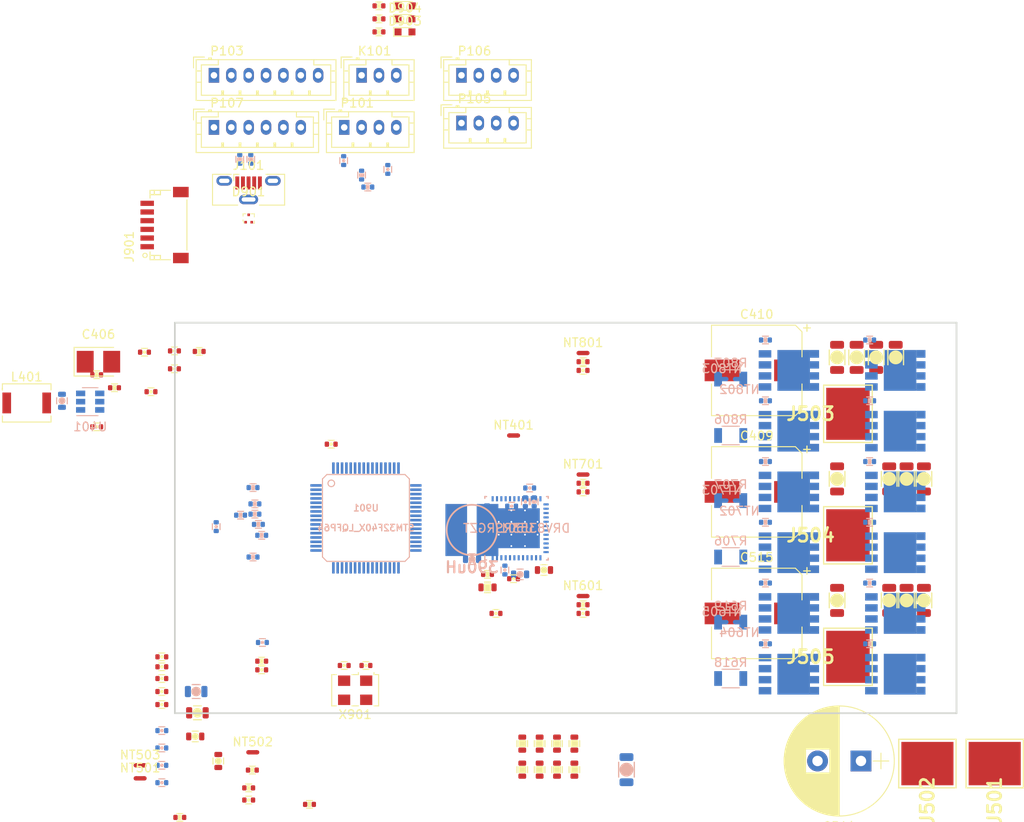
<source format=kicad_pcb>
(kicad_pcb (version 20171130) (host pcbnew "(5.1.4)-1")
  (layers (0 F.Cu signal) (1 In1.Cu power) (2 In2.Cu signal) (31 B.Cu power) (34 B.Paste user) (35 F.Paste user) (36 B.SilkS user) (37 F.SilkS user) (38 B.Mask user) (39 F.Mask user) (44 Edge.Cuts user))
  (net 0 "")
  (net 1 GND)
  (net 2 +3V3)
  (net 3 NRST)
  (net 4 +12V)
  (net 5 "Net-(J101-Pad2)")
  (net 6 "Net-(J101-Pad3)")
  (net 7 SWDIO)
  (net 8 SWCLK)
  (net 9 "Net-(K101-Pad1)")
  (net 10 "Net-(C507-Pad2)")
  (net 11 GNDD)
  (net 12 +BATT)
  (net 13 /drv_power_stage/buck_rcl)
  (net 14 "Net-(Q701-Pad2)")
  (net 15 "Net-(Q702-Pad2)")
  (net 16 "Net-(Q703-Pad2)")
  (net 17 "Net-(Q704-Pad2)")
  (net 18 "Net-(Q801-Pad2)")
  (net 19 "Net-(Q802-Pad2)")
  (net 20 "Net-(Q803-Pad2)")
  (net 21 "Net-(Q804-Pad2)")
  (net 22 GNDA)
  (net 23 /drv_power_stage/ENABLE)
  (net 24 /drv_power_stage/A_VSENSE)
  (net 25 /drv_power_stage/B_VSENSE)
  (net 26 /drv_power_stage/C_VSENSE)
  (net 27 "Net-(C201-Pad1)")
  (net 28 "Net-(C403-Pad1)")
  (net 29 "Net-(C403-Pad2)")
  (net 30 "Net-(C407-Pad2)")
  (net 31 "Net-(C505-Pad1)")
  (net 32 "Net-(C507-Pad1)")
  (net 33 "Net-(C508-Pad2)")
  (net 34 "Net-(C509-Pad1)")
  (net 35 "Net-(C510-Pad2)")
  (net 36 "Net-(C510-Pad1)")
  (net 37 "Net-(C511-Pad2)")
  (net 38 "Net-(C512-Pad2)")
  (net 39 /drv_power_stage/GDRV_VSENSE)
  (net 40 "Net-(C906-Pad1)")
  (net 41 "Net-(C908-Pad1)")
  (net 42 "Net-(D902-Pad1)")
  (net 43 "Net-(D903-Pad1)")
  (net 44 "Net-(D904-Pad1)")
  (net 45 "Net-(K101-Pad2)")
  (net 46 /drv_power_stage/3.3_IREF)
  (net 47 /drv_power_stage/PHASE_B)
  (net 48 /drv_power_stage/PHASE_C)
  (net 49 /drv_power_stage/PHASE_A)
  (net 50 "Net-(Q601-Pad2)")
  (net 51 "Net-(Q602-Pad2)")
  (net 52 "Net-(Q603-Pad2)")
  (net 53 "Net-(Q604-Pad2)")
  (net 54 "Net-(R401-Pad1)")
  (net 55 /drv_power_stage/DRV_SDO)
  (net 56 "Net-(R503-Pad2)")
  (net 57 /drv_power_stage/A_ISENSE)
  (net 58 /drv_power_stage/B_ISENSE)
  (net 59 /drv_power_stage/C_ISENSE)
  (net 60 /Microcontroller/SERVO)
  (net 61 /Microcontroller/ADC_VBUS)
  (net 62 /Microcontroller/ADC_TEMP)
  (net 63 /Microcontroller/TEMP_MOTOR)
  (net 64 /drv_power_stage/power_phase_B/PR_SENSE)
  (net 65 /drv_power_stage/power_phase_B/NR_SENSE)
  (net 66 /drv_power_stage/power_phase_C/PR_SENSE)
  (net 67 /drv_power_stage/power_phase_C/NR_SENSE)
  (net 68 /drv_power_stage/power_phase_A/PR_SENSE)
  (net 69 /drv_power_stage/power_phase_A/NR_SENSE)
  (net 70 /Microcontroller/VCAP2)
  (net 71 /Microcontroller/VCAP1)
  (net 72 /Microcontroller/USB_DM)
  (net 73 /Microcontroller/USB_DP)
  (net 74 /drv_power_stage/power_phase_B/H_SWITCH)
  (net 75 /drv_power_stage/power_phase_C/H_SWITCH)
  (net 76 /drv_power_stage/power_phase_A/H_SWITCH)
  (net 77 /CAN_tranciever/CANH)
  (net 78 /CAN_tranciever/CANL)
  (net 79 /Microcontroller/BRAKE_SW)
  (net 80 /Microcontroller/ADC_BRAKE)
  (net 81 /Microcontroller/ADC_THROTTLE)
  (net 82 /Microcontroller/USART1_RX)
  (net 83 /Microcontroller/USART1_TX)
  (net 84 /Microcontroller/SCL_2)
  (net 85 /Microcontroller/SDA_2)
  (net 86 /Microcontroller/HALL_3)
  (net 87 /Microcontroller/HALL_2)
  (net 88 /Microcontroller/HALL_1)
  (net 89 /drv_power_stage/power_phase_B/PH_GND_LOW)
  (net 90 /drv_power_stage/power_phase_C/PH_GND_LOW)
  (net 91 /drv_power_stage/power_phase_A/PH_GND_LOW)
  (net 92 /Microcontroller/FAULT)
  (net 93 /drv_power_stage/power_phase_B/H_GATE)
  (net 94 /drv_power_stage/power_phase_B/L_GATE)
  (net 95 /drv_power_stage/power_phase_C/H_GATE)
  (net 96 /drv_power_stage/power_phase_C/L_GATE)
  (net 97 /drv_power_stage/power_phase_A/H_GATE)
  (net 98 /drv_power_stage/power_phase_A/L_GATE)
  (net 99 /Microcontroller/LED_GREEN)
  (net 100 /Microcontroller/LED_RED)
  (net 101 /Microcontroller/L3)
  (net 102 /Microcontroller/H3)
  (net 103 /Microcontroller/L2)
  (net 104 /Microcontroller/H2)
  (net 105 /Microcontroller/L1)
  (net 106 /Microcontroller/H1)
  (net 107 "Net-(NT605-Pad1)")
  (net 108 "Net-(NT703-Pad1)")
  (net 109 "Net-(NT803-Pad1)")
  (net 110 "Net-(C511-Pad1)")
  (module NetTie:NetTie-2_SMD_Pad0.5mm (layer F.Cu) (at 139 113)
    (fp_text reference NT401 (at 0 -1.2) (layer F.SilkS))
    (fp_text value Net-Tie_2)
    (fp_poly (pts (xy -0.5 -0.25) (xy 0.5 -0.25) (xy 0.5 0.25) (xy -0.5 0.25)) (layer F.Cu) (width 0))
    (pad 2 smd circle (at 0.5 0) (size 0.5 0.5) (layers F.Cu) (net 110 "Net-(C511-Pad1)"))
    (pad 1 smd circle (at -0.5 0) (size 0.5 0.5) (layers F.Cu) (net 12 +BATT))
  )
  (module crf1:inductor_smd_5.8mmx4.8hmm (layer B.Cu) (at 134.199475 123.887302)
    (fp_text reference L501 hide)
    (fp_text value 390uH (at 0 4.30022) (layer B.SilkS) (effects (font (size 1.27 1.27) (thickness 0.254)) (justify mirror)))
    (pad 2 smd rect (at -1.80086 0) (size 2.49936 5.99948) (layers B.Cu B.Paste B.Mask) (net 35 "Net-(C510-Pad2)"))
    (pad 1 smd rect (at 1.80086 0) (size 2.49936 5.99948) (layers B.Cu B.Paste B.Mask) (net 38 "Net-(C512-Pad2)"))
  )
  (module crf1:1PAD_6x5mm (layer F.Cu) (at 177.5 138.5 90)
    (fp_text reference J505 (at 0 -4.3 180) (layer F.SilkS) (effects (font (size 1.524 1.524) (thickness 0.3048))))
    (fp_text value C hide)
    (pad 1 smd rect (at 0 0 90) (size 6 5) (layers F.Cu F.Paste F.Mask) (net 48 /drv_power_stage/PHASE_C))
  )
  (module crf1:1PAD_6x5mm (layer F.Cu) (at 177.5 124.5 90)
    (fp_text reference J504 (at 0 -4.3 180) (layer F.SilkS) (effects (font (size 1.524 1.524) (thickness 0.3048))))
    (fp_text value B hide)
    (pad 1 smd rect (at 0 0 90) (size 6 5) (layers F.Cu F.Paste F.Mask) (net 47 /drv_power_stage/PHASE_B))
  )
  (module crf1:1PAD_6x5mm (layer F.Cu) (at 177.5 110.5 90)
    (fp_text reference J503 (at 0 -4.3 180) (layer F.SilkS) (effects (font (size 1.524 1.524) (thickness 0.3048))))
    (fp_text value A hide)
    (pad 1 smd rect (at 0 0 90) (size 6 5) (layers F.Cu F.Paste F.Mask) (net 49 /drv_power_stage/PHASE_A))
  )
  (module crf1:1PAD_6x5mm (layer F.Cu) (at 186.65 150.8 180)
    (fp_text reference J502 (at 0 -4.3 270) (layer F.SilkS) (effects (font (size 1.524 1.524) (thickness 0.3048))))
    (fp_text value Gnd hide)
    (pad 1 smd rect (at 0 0 180) (size 6 5) (layers F.Cu F.Paste F.Mask) (net 1 GND))
  )
  (module crf1:1PAD_6x5mm (layer F.Cu) (at 194.4 150.8 180)
    (fp_text reference J501 (at 0 -4.3 270) (layer F.SilkS) (effects (font (size 1.524 1.524) (thickness 0.3048))))
    (fp_text value +Vbat hide)
    (pad 1 smd rect (at 0 0 180) (size 6 5) (layers F.Cu F.Paste F.Mask) (net 12 +BATT))
  )
  (module Capacitors_SMD:CP_Elec_10x10.5 (layer F.Cu) (at 167 133.5 180)
    (fp_text reference C515 (at 0 6.46) (layer F.SilkS))
    (fp_text value 20uF)
    (fp_text user + (at -5.78 4.97) (layer F.SilkS))
    (pad 1 smd rect (at -4 0) (size 4 2.5) (layers F.Cu F.Paste F.Mask) (net 12 +BATT))
    (pad 2 smd rect (at 4 0) (size 4 2.5) (layers F.Cu F.Paste F.Mask) (net 1 GND))
  )
  (module pkl_dipol:C_0402 (layer F.Cu) (at 136.975 133.5)
    (fp_text reference C506)
    (fp_text value 0.1uF)
    (pad 2 smd roundrect (at 0.5 0) (size 0.5 0.6) (layers F.Cu F.Paste F.Mask) (net 22 GNDA))
    (pad 1 smd roundrect (at -0.5 0) (size 0.5 0.6) (layers F.Cu F.Paste F.Mask) (net 46 /drv_power_stage/3.3_IREF))
  )
  (module pkl_dipol:C_0603 (layer B.Cu) (at 134.218474 127.243303)
    (fp_text reference C504)
    (fp_text value 0.1uF)
    (pad 2 smd roundrect (at 0.75 0) (size 0.6 0.9) (layers B.Cu B.Paste B.Mask) (net 11 GNDD))
    (pad 1 smd roundrect (at -0.75 0) (size 0.6 0.9) (layers B.Cu B.Paste B.Mask) (net 12 +BATT))
  )
  (module Capacitors_SMD:CP_Elec_10x10.5 (layer F.Cu) (at 167 105.5 180)
    (fp_text reference C410 (at 0 6.46) (layer F.SilkS))
    (fp_text value 20uF)
    (fp_text user + (at -5.78 4.97) (layer F.SilkS))
    (pad 1 smd rect (at -4 0) (size 4 2.5) (layers F.Cu F.Paste F.Mask) (net 12 +BATT))
    (pad 2 smd rect (at 4 0) (size 4 2.5) (layers F.Cu F.Paste F.Mask) (net 1 GND))
  )
  (module Capacitors_SMD:CP_Elec_10x10.5 (layer F.Cu) (at 167 119.5 180)
    (fp_text reference C409 (at 0 6.46) (layer F.SilkS))
    (fp_text value 20uF)
    (fp_text user + (at -5.78 4.97) (layer F.SilkS))
    (pad 1 smd rect (at -4 0) (size 4 2.5) (layers F.Cu F.Paste F.Mask) (net 12 +BATT))
    (pad 2 smd rect (at 4 0) (size 4 2.5) (layers F.Cu F.Paste F.Mask) (net 1 GND))
  )
  (module pkl_dipol:R_0402 (layer F.Cu) (at 93.05 107.5)
    (fp_text reference R403)
    (fp_text value "10k 0.1%")
    (pad 2 smd roundrect (at 0.5 0) (size 0.5 0.6) (layers F.Cu F.Paste F.Mask) (net 1 GND))
    (pad 1 smd roundrect (at -0.5 0) (size 0.5 0.6) (layers F.Cu F.Paste F.Mask) (net 30 "Net-(C407-Pad2)"))
  )
  (module pkl_dipol:R_0402 (layer F.Cu) (at 102.8 103.315)
    (fp_text reference R402)
    (fp_text value "R33.2k 0.1%")
    (pad 2 smd roundrect (at 0.5 0) (size 0.5 0.6) (layers F.Cu F.Paste F.Mask) (net 30 "Net-(C407-Pad2)"))
    (pad 1 smd roundrect (at -0.5 0) (size 0.5 0.6) (layers F.Cu F.Paste F.Mask) (net 2 +3V3))
  )
  (module pkl_dipol:R_0402 (layer F.Cu) (at 91 106 180)
    (fp_text reference R401)
    (fp_text value 1k)
    (pad 2 smd roundrect (at 0.5 0 180) (size 0.5 0.6) (layers F.Cu F.Paste F.Mask) (net 4 +12V))
    (pad 1 smd roundrect (at -0.5 0 180) (size 0.5 0.6) (layers F.Cu F.Paste F.Mask) (net 54 "Net-(R401-Pad1)"))
  )
  (module Inductors_SMD:L_Neosid_Ms42 (layer F.Cu) (at 82.94 109.25)
    (fp_text reference L401 (at 0 -3) (layer F.SilkS))
    (fp_text value 3.3uH)
    (pad 1 smd rect (at -2.3 0) (size 1 2.4) (layers F.Cu F.Paste F.Mask) (net 2 +3V3))
    (pad 2 smd rect (at 2.3 0) (size 1 2.4) (layers F.Cu F.Paste F.Mask) (net 28 "Net-(C403-Pad1)"))
  )
  (module pkl_dipol:C_0402 (layer F.Cu) (at 110 140)
    (fp_text reference C408)
    (fp_text value 100nf)
    (pad 2 smd roundrect (at 0.5 0) (size 0.5 0.6) (layers F.Cu F.Paste F.Mask) (net 22 GNDA))
    (pad 1 smd roundrect (at -0.5 0) (size 0.5 0.6) (layers F.Cu F.Paste F.Mask) (net 62 /Microcontroller/ADC_TEMP))
  )
  (module pkl_dipol:C_0402 (layer F.Cu) (at 97.25 107.955)
    (fp_text reference C407)
    (fp_text value NP)
    (pad 2 smd roundrect (at 0.5 0) (size 0.5 0.6) (layers F.Cu F.Paste F.Mask) (net 30 "Net-(C407-Pad2)"))
    (pad 1 smd roundrect (at -0.5 0) (size 0.5 0.6) (layers F.Cu F.Paste F.Mask) (net 2 +3V3))
  )
  (module pkl_dipol:C_0402 (layer F.Cu) (at 96.5 103.4)
    (fp_text reference C405)
    (fp_text value 2.2uf)
    (pad 2 smd roundrect (at 0.5 0) (size 0.5 0.6) (layers F.Cu F.Paste F.Mask) (net 1 GND))
    (pad 1 smd roundrect (at -0.5 0) (size 0.5 0.6) (layers F.Cu F.Paste F.Mask) (net 2 +3V3))
  )
  (module pkl_dipol:C_0402 (layer F.Cu) (at 99.95 105.315)
    (fp_text reference C404)
    (fp_text value 100nf)
    (pad 2 smd roundrect (at 0.5 0) (size 0.5 0.6) (layers F.Cu F.Paste F.Mask) (net 1 GND))
    (pad 1 smd roundrect (at -0.5 0) (size 0.5 0.6) (layers F.Cu F.Paste F.Mask) (net 2 +3V3))
  )
  (module pkl_dipol:C_0402 (layer F.Cu) (at 91 112)
    (fp_text reference C403)
    (fp_text value 100nf)
    (pad 2 smd roundrect (at 0.5 0) (size 0.5 0.6) (layers F.Cu F.Paste F.Mask) (net 29 "Net-(C403-Pad2)"))
    (pad 1 smd roundrect (at -0.5 0) (size 0.5 0.6) (layers F.Cu F.Paste F.Mask) (net 28 "Net-(C403-Pad1)"))
  )
  (module pkl_dipol:C_0402 (layer F.Cu) (at 99.95 103.255)
    (fp_text reference C402)
    (fp_text value 100nf)
    (pad 2 smd roundrect (at 0.5 0) (size 0.5 0.6) (layers F.Cu F.Paste F.Mask) (net 1 GND))
    (pad 1 smd roundrect (at -0.5 0) (size 0.5 0.6) (layers F.Cu F.Paste F.Mask) (net 4 +12V))
  )
  (module pkl_dipol:C_0603 (layer B.Cu) (at 87 109 270)
    (fp_text reference C401)
    (fp_text value 2.2uf)
    (pad 2 smd roundrect (at 0.75 0 270) (size 0.6 0.9) (layers B.Cu B.Paste B.Mask) (net 1 GND))
    (pad 1 smd roundrect (at -0.75 0 270) (size 0.6 0.9) (layers B.Cu B.Paste B.Mask) (net 4 +12V))
  )
  (module Connectors_JST:JST_PH_B4B-PH-K_04x2.00mm_Straight (layer F.Cu) (at 133 71.5)
    (fp_text reference P106 (at 1.5 -2.8) (layer F.SilkS))
    (fp_text value I2C)
    (pad 1 thru_hole rect (at 0 0) (size 1.2 1.7) (drill 0.75) (layers *.Cu *.Mask) (net 84 /Microcontroller/SCL_2))
    (pad 2 thru_hole oval (at 2 0) (size 1.2 1.7) (drill 0.75) (layers *.Cu *.Mask) (net 85 /Microcontroller/SDA_2))
    (pad 3 thru_hole oval (at 4 0) (size 1.2 1.7) (drill 0.75) (layers *.Cu *.Mask) (net 2 +3V3))
    (pad 4 thru_hole oval (at 6 0) (size 1.2 1.7) (drill 0.75) (layers *.Cu *.Mask) (net 1 GND))
  )
  (module Resistors_SMD:R_1206 (layer B.Cu) (at 164 106.5 180)
    (fp_text reference R807 (at 0 1.85) (layer B.SilkS) (effects (justify mirror)))
    (fp_text value 1mΩ)
    (pad 1 smd rect (at -1.45 0 180) (size 0.9 1.7) (layers B.Cu B.Paste B.Mask) (net 91 /drv_power_stage/power_phase_A/PH_GND_LOW))
    (pad 2 smd rect (at 1.45 0 180) (size 0.9 1.7) (layers B.Cu B.Paste B.Mask) (net 11 GNDD))
  )
  (module Resistors_SMD:R_1206 (layer B.Cu) (at 164 113 180)
    (fp_text reference R806 (at 0 1.85) (layer B.SilkS) (effects (justify mirror)))
    (fp_text value 1mΩ)
    (pad 1 smd rect (at -1.45 0 180) (size 0.9 1.7) (layers B.Cu B.Paste B.Mask) (net 91 /drv_power_stage/power_phase_A/PH_GND_LOW))
    (pad 2 smd rect (at 1.45 0 180) (size 0.9 1.7) (layers B.Cu B.Paste B.Mask) (net 11 GNDD))
  )
  (module Resistors_SMD:R_1206 (layer B.Cu) (at 164 120.5 180)
    (fp_text reference R707 (at 0 1.85 180) (layer B.SilkS) (effects (justify mirror)))
    (fp_text value 1mΩ)
    (pad 1 smd rect (at -1.45 0 180) (size 0.9 1.7) (layers B.Cu B.Paste B.Mask) (net 90 /drv_power_stage/power_phase_C/PH_GND_LOW))
    (pad 2 smd rect (at 1.45 0 180) (size 0.9 1.7) (layers B.Cu B.Paste B.Mask) (net 11 GNDD))
  )
  (module Resistors_SMD:R_1206 (layer B.Cu) (at 164 127 180)
    (fp_text reference R706 (at 0 1.85 180) (layer B.SilkS) (effects (justify mirror)))
    (fp_text value 1mΩ)
    (pad 1 smd rect (at -1.45 0 180) (size 0.9 1.7) (layers B.Cu B.Paste B.Mask) (net 90 /drv_power_stage/power_phase_C/PH_GND_LOW))
    (pad 2 smd rect (at 1.45 0 180) (size 0.9 1.7) (layers B.Cu B.Paste B.Mask) (net 11 GNDD))
  )
  (module Resistors_SMD:R_1206 (layer B.Cu) (at 164 134.5 180)
    (fp_text reference R619 (at 0 1.85 180) (layer B.SilkS) (effects (justify mirror)))
    (fp_text value 1mΩ)
    (pad 1 smd rect (at -1.45 0 180) (size 0.9 1.7) (layers B.Cu B.Paste B.Mask) (net 89 /drv_power_stage/power_phase_B/PH_GND_LOW))
    (pad 2 smd rect (at 1.45 0 180) (size 0.9 1.7) (layers B.Cu B.Paste B.Mask) (net 11 GNDD))
  )
  (module Resistors_SMD:R_1206 (layer B.Cu) (at 164 141 180)
    (fp_text reference R618 (at 0 1.85 180) (layer B.SilkS) (effects (justify mirror)))
    (fp_text value 1mΩ)
    (pad 1 smd rect (at -1.45 0 180) (size 0.9 1.7) (layers B.Cu B.Paste B.Mask) (net 89 /drv_power_stage/power_phase_B/PH_GND_LOW))
    (pad 2 smd rect (at 1.45 0 180) (size 0.9 1.7) (layers B.Cu B.Paste B.Mask) (net 11 GNDD))
  )
  (module NetTie:NetTie-2_SMD_Pad0.5mm (layer B.Cu) (at 163 106.5 180)
    (fp_text reference NT803 (at 0 1.2 180) (layer B.SilkS) (effects (justify mirror)))
    (fp_text value Net-Tie_2)
    (fp_poly (pts (xy -0.5 0.25) (xy 0.5 0.25) (xy 0.5 -0.25) (xy -0.5 -0.25)) (layer B.Cu) (width 0))
    (pad 2 smd circle (at 0.5 0 180) (size 0.5 0.5) (layers B.Cu) (net 11 GNDD))
    (pad 1 smd circle (at -0.5 0 180) (size 0.5 0.5) (layers B.Cu) (net 109 "Net-(NT803-Pad1)"))
  )
  (module NetTie:NetTie-2_SMD_Pad0.5mm (layer B.Cu) (at 165 106.5)
    (fp_text reference NT802 (at 0 1.2 180) (layer B.SilkS) (effects (justify mirror)))
    (fp_text value Net-Tie_2)
    (fp_poly (pts (xy -0.5 0.25) (xy 0.5 0.25) (xy 0.5 -0.25) (xy -0.5 -0.25)) (layer B.Cu) (width 0))
    (pad 2 smd circle (at 0.5 0) (size 0.5 0.5) (layers B.Cu) (net 91 /drv_power_stage/power_phase_A/PH_GND_LOW))
    (pad 1 smd circle (at -0.5 0) (size 0.5 0.5) (layers B.Cu) (net 68 /drv_power_stage/power_phase_A/PR_SENSE))
  )
  (module NetTie:NetTie-2_SMD_Pad0.5mm (layer B.Cu) (at 163 120.5 180)
    (fp_text reference NT703 (at 0 1.2 180) (layer B.SilkS) (effects (justify mirror)))
    (fp_text value Net-Tie_2)
    (fp_poly (pts (xy -0.5 0.25) (xy 0.5 0.25) (xy 0.5 -0.25) (xy -0.5 -0.25)) (layer B.Cu) (width 0))
    (pad 2 smd circle (at 0.5 0 180) (size 0.5 0.5) (layers B.Cu) (net 11 GNDD))
    (pad 1 smd circle (at -0.5 0 180) (size 0.5 0.5) (layers B.Cu) (net 108 "Net-(NT703-Pad1)"))
  )
  (module NetTie:NetTie-2_SMD_Pad0.5mm (layer B.Cu) (at 165 120.5)
    (fp_text reference NT702 (at 0 1.2) (layer B.SilkS) (effects (justify mirror)))
    (fp_text value Net-Tie_2)
    (fp_poly (pts (xy -0.5 0.25) (xy 0.5 0.25) (xy 0.5 -0.25) (xy -0.5 -0.25)) (layer B.Cu) (width 0))
    (pad 2 smd circle (at 0.5 0) (size 0.5 0.5) (layers B.Cu) (net 90 /drv_power_stage/power_phase_C/PH_GND_LOW))
    (pad 1 smd circle (at -0.5 0) (size 0.5 0.5) (layers B.Cu) (net 66 /drv_power_stage/power_phase_C/PR_SENSE))
  )
  (module NetTie:NetTie-2_SMD_Pad0.5mm (layer B.Cu) (at 163 134.5 180)
    (fp_text reference NT605 (at 0 1.2 180) (layer B.SilkS) (effects (justify mirror)))
    (fp_text value Net-Tie_2)
    (fp_poly (pts (xy -0.5 0.25) (xy 0.5 0.25) (xy 0.5 -0.25) (xy -0.5 -0.25)) (layer B.Cu) (width 0))
    (pad 2 smd circle (at 0.5 0 180) (size 0.5 0.5) (layers B.Cu) (net 11 GNDD))
    (pad 1 smd circle (at -0.5 0 180) (size 0.5 0.5) (layers B.Cu) (net 107 "Net-(NT605-Pad1)"))
  )
  (module NetTie:NetTie-2_SMD_Pad0.5mm (layer B.Cu) (at 165 134.5)
    (fp_text reference NT604 (at 0 1.2) (layer B.SilkS) (effects (justify mirror)))
    (fp_text value Net-Tie_2)
    (fp_poly (pts (xy -0.5 0.25) (xy 0.5 0.25) (xy 0.5 -0.25) (xy -0.5 -0.25)) (layer B.Cu) (width 0))
    (pad 2 smd circle (at 0.5 0) (size 0.5 0.5) (layers B.Cu) (net 89 /drv_power_stage/power_phase_B/PH_GND_LOW))
    (pad 1 smd circle (at -0.5 0) (size 0.5 0.5) (layers B.Cu) (net 64 /drv_power_stage/power_phase_B/PR_SENSE))
  )
  (module pkl_dipol:R_0402 (layer B.Cu) (at 168 109 180)
    (fp_text reference R805)
    (fp_text value 5Ω)
    (pad 1 smd roundrect (at -0.5 0 180) (size 0.5 0.6) (layers B.Cu B.Paste B.Mask) (net 21 "Net-(Q804-Pad2)"))
    (pad 2 smd roundrect (at 0.5 0 180) (size 0.5 0.6) (layers B.Cu B.Paste B.Mask) (net 98 /drv_power_stage/power_phase_A/L_GATE))
  )
  (module Capacitors_THT:CP_Radial_D12.5mm_P5.00mm (layer F.Cu) (at 179 150.5 180)
    (fp_text reference C514 (at 2.5 -7.56) (layer F.SilkS))
    (fp_text value 560uF)
    (pad 1 thru_hole rect (at 0 0 180) (size 2.4 2.4) (drill 1.2) (layers *.Cu *.Mask) (net 12 +BATT))
    (pad 2 thru_hole circle (at 5 0 180) (size 2.4 2.4) (drill 1.2) (layers *.Cu *.Mask) (net 1 GND))
  )
  (module Oscillators:Oscillator_SMD_EuroQuartz_XO53-4pin_5.0x3.2mm (layer F.Cu) (at 120.76 142.35 180)
    (fp_text reference X901 (at 0 -2.8) (layer F.SilkS))
    (fp_text value "8MHz 10ppm")
    (pad 1 smd rect (at -1.27 1.1 180) (size 1.4 1.2) (layers F.Cu F.Paste F.Mask) (net 40 "Net-(C906-Pad1)"))
    (pad 2 smd rect (at 1.27 1.1 180) (size 1.4 1.2) (layers F.Cu F.Paste F.Mask) (net 41 "Net-(C908-Pad1)"))
    (pad 3 smd rect (at 1.27 -1.1 180) (size 1.4 1.2) (layers F.Cu F.Paste F.Mask) (net 1 GND))
    (pad 4 smd rect (at -1.27 -1.1 180) (size 1.4 1.2) (layers F.Cu F.Paste F.Mask))
  )
  (module crf1:lqfp64_pad_mod (layer B.Cu) (at 122 122.5)
    (fp_text reference U901 (at 0 -1.143) (layer B.SilkS) (effects (font (size 0.7493 0.7493) (thickness 0.14986)) (justify mirror)))
    (fp_text value STM32F40X_LQFP64 (at 0 1.143) (layer B.SilkS) (effects (font (size 0.7493 0.7493) (thickness 0.14986)) (justify mirror)))
    (pad 64 smd rect (at -5.75056 -3.74904) (size 1.30048 0.3) (layers B.Cu B.Paste B.Mask) (net 2 +3V3))
    (pad 63 smd rect (at -5.75056 -3.2512) (size 1.30048 0.3) (layers B.Cu B.Paste B.Mask) (net 1 GND))
    (pad 62 smd rect (at -5.75056 -2.75082) (size 1.30048 0.3) (layers B.Cu B.Paste B.Mask))
    (pad 61 smd rect (at -5.75056 -2.25044) (size 1.30048 0.3) (layers B.Cu B.Paste B.Mask))
    (pad 60 smd rect (at -5.75056 -1.75006) (size 1.30048 0.3) (layers B.Cu B.Paste B.Mask) (net 1 GND))
    (pad 48 smd rect (at -3.74904 5.75056) (size 0.3 1.30048) (layers B.Cu B.Paste B.Mask) (net 2 +3V3))
    (pad 47 smd rect (at -3.2512 5.75056) (size 0.3 1.30048) (layers B.Cu B.Paste B.Mask) (net 70 /Microcontroller/VCAP2))
    (pad 46 smd rect (at -2.75082 5.75056) (size 0.3 1.30048) (layers B.Cu B.Paste B.Mask) (net 7 SWDIO))
    (pad 45 smd rect (at -2.25044 5.75056) (size 0.3 1.30048) (layers B.Cu B.Paste B.Mask) (net 73 /Microcontroller/USB_DP))
    (pad 44 smd rect (at -1.75006 5.75056) (size 0.3 1.30048) (layers B.Cu B.Paste B.Mask) (net 72 /Microcontroller/USB_DM))
    (pad 32 smd rect (at 5.75056 3.74904) (size 1.30048 0.3) (layers B.Cu B.Paste B.Mask) (net 2 +3V3))
    (pad 31 smd rect (at 5.75056 3.2512) (size 1.30048 0.3) (layers B.Cu B.Paste B.Mask) (net 71 /Microcontroller/VCAP1))
    (pad 30 smd rect (at 5.75056 2.75082) (size 1.30048 0.3) (layers B.Cu B.Paste B.Mask) (net 85 /Microcontroller/SDA_2))
    (pad 29 smd rect (at 5.75056 2.25044) (size 1.30048 0.3) (layers B.Cu B.Paste B.Mask) (net 84 /Microcontroller/SCL_2))
    (pad 28 smd rect (at 5.75056 1.75006) (size 1.30048 0.3) (layers B.Cu B.Paste B.Mask))
    (pad 16 smd rect (at 3.74904 -5.75056) (size 0.3 1.30048) (layers B.Cu B.Paste B.Mask) (net 26 /drv_power_stage/C_VSENSE))
    (pad 15 smd rect (at 3.2512 -5.75056) (size 0.3 1.30048) (layers B.Cu B.Paste B.Mask) (net 25 /drv_power_stage/B_VSENSE))
    (pad 14 smd rect (at 2.75082 -5.75056) (size 0.3 1.30048) (layers B.Cu B.Paste B.Mask) (net 24 /drv_power_stage/A_VSENSE))
    (pad 13 smd rect (at 2.25044 -5.75056) (size 0.3 1.30048) (layers B.Cu B.Paste B.Mask) (net 2 +3V3))
    (pad 12 smd rect (at 1.75006 -5.75056) (size 0.3 1.30048) (layers B.Cu B.Paste B.Mask) (net 22 GNDA))
    (pad 59 smd rect (at -5.75056 -1.24968) (size 1.30048 0.3) (layers B.Cu B.Paste B.Mask) (net 82 /Microcontroller/USART1_RX))
    (pad 58 smd rect (at -5.75056 -0.7493) (size 1.30048 0.3) (layers B.Cu B.Paste B.Mask) (net 83 /Microcontroller/USART1_TX))
    (pad 57 smd rect (at -5.75056 -0.24892) (size 1.30048 0.3) (layers B.Cu B.Paste B.Mask) (net 79 /Microcontroller/BRAKE_SW))
    (pad 43 smd rect (at -1.24968 5.75056) (size 0.3 1.30048) (layers B.Cu B.Paste B.Mask) (net 102 /Microcontroller/H3))
    (pad 42 smd rect (at -0.7493 5.75056) (size 0.3 1.30048) (layers B.Cu B.Paste B.Mask) (net 104 /Microcontroller/H2))
    (pad 41 smd rect (at -0.24892 5.75056) (size 0.3 1.30048) (layers B.Cu B.Paste B.Mask) (net 106 /Microcontroller/H1))
    (pad 27 smd rect (at 5.75056 1.24968) (size 1.30048 0.3) (layers B.Cu B.Paste B.Mask) (net 80 /Microcontroller/ADC_BRAKE))
    (pad 26 smd rect (at 5.75056 0.7493) (size 1.30048 0.3) (layers B.Cu B.Paste B.Mask) (net 81 /Microcontroller/ADC_THROTTLE))
    (pad 25 smd rect (at 5.75056 0.24892) (size 1.30048 0.3) (layers B.Cu B.Paste B.Mask) (net 63 /Microcontroller/TEMP_MOTOR))
    (pad 11 smd rect (at 1.24968 -5.75056) (size 0.3 1.30048) (layers B.Cu B.Paste B.Mask) (net 61 /Microcontroller/ADC_VBUS))
    (pad 10 smd rect (at 0.7493 -5.75056) (size 0.3 1.30048) (layers B.Cu B.Paste B.Mask) (net 59 /drv_power_stage/C_ISENSE))
    (pad 9 smd rect (at 0.24892 -5.75056) (size 0.3 1.30048) (layers B.Cu B.Paste B.Mask) (net 58 /drv_power_stage/B_ISENSE))
    (pad 56 smd rect (at -5.75056 0.24892) (size 1.30048 0.3) (layers B.Cu B.Paste B.Mask))
    (pad 55 smd rect (at -5.75056 0.7493) (size 1.30048 0.3) (layers B.Cu B.Paste B.Mask))
    (pad 54 smd rect (at -5.75056 1.24968) (size 1.30048 0.3) (layers B.Cu B.Paste B.Mask))
    (pad 53 smd rect (at -5.75056 1.75006) (size 1.30048 0.3) (layers B.Cu B.Paste B.Mask))
    (pad 52 smd rect (at -5.75056 2.25044) (size 1.30048 0.3) (layers B.Cu B.Paste B.Mask))
    (pad 51 smd rect (at -5.75056 2.75082) (size 1.30048 0.3) (layers B.Cu B.Paste B.Mask))
    (pad 50 smd rect (at -5.75056 3.2512) (size 1.30048 0.3) (layers B.Cu B.Paste B.Mask))
    (pad 49 smd rect (at -5.75056 3.74904) (size 1.30048 0.3) (layers B.Cu B.Paste B.Mask) (net 8 SWCLK))
    (pad 40 smd rect (at 0.24892 5.75056) (size 0.3 1.30048) (layers B.Cu B.Paste B.Mask) (net 23 /drv_power_stage/ENABLE))
    (pad 39 smd rect (at 0.7493 5.75056) (size 0.3 1.30048) (layers B.Cu B.Paste B.Mask) (net 86 /Microcontroller/HALL_3))
    (pad 38 smd rect (at 1.24968 5.75056) (size 0.3 1.30048) (layers B.Cu B.Paste B.Mask) (net 87 /Microcontroller/HALL_2))
    (pad 37 smd rect (at 1.75006 5.75056) (size 0.3 1.30048) (layers B.Cu B.Paste B.Mask) (net 88 /Microcontroller/HALL_1))
    (pad 36 smd rect (at 2.25044 5.75056) (size 0.3 1.30048) (layers B.Cu B.Paste B.Mask) (net 101 /Microcontroller/L3))
    (pad 35 smd rect (at 2.75082 5.75056) (size 0.3 1.30048) (layers B.Cu B.Paste B.Mask) (net 103 /Microcontroller/L2))
    (pad 34 smd rect (at 3.2512 5.75056) (size 0.3 1.30048) (layers B.Cu B.Paste B.Mask) (net 105 /Microcontroller/L1))
    (pad 33 smd rect (at 3.74904 5.75056) (size 0.3 1.30048) (layers B.Cu B.Paste B.Mask) (net 92 /Microcontroller/FAULT))
    (pad 24 smd rect (at 5.75056 -0.24892) (size 1.30048 0.3) (layers B.Cu B.Paste B.Mask) (net 62 /Microcontroller/ADC_TEMP))
    (pad 23 smd rect (at 5.75056 -0.7493) (size 1.30048 0.3) (layers B.Cu B.Paste B.Mask))
    (pad 22 smd rect (at 5.75056 -1.24968) (size 1.30048 0.3) (layers B.Cu B.Paste B.Mask))
    (pad 21 smd rect (at 5.75056 -1.75006) (size 1.30048 0.3) (layers B.Cu B.Paste B.Mask))
    (pad 20 smd rect (at 5.75056 -2.25044) (size 1.30048 0.3) (layers B.Cu B.Paste B.Mask))
    (pad 19 smd rect (at 5.75056 -2.75082) (size 1.30048 0.3) (layers B.Cu B.Paste B.Mask) (net 2 +3V3))
    (pad 18 smd rect (at 5.75056 -3.2512) (size 1.30048 0.3) (layers B.Cu B.Paste B.Mask) (net 1 GND))
    (pad 17 smd rect (at 5.75056 -3.74904) (size 1.30048 0.3) (layers B.Cu B.Paste B.Mask) (net 60 /Microcontroller/SERVO))
    (pad 3 smd rect (at -2.75082 -5.75056) (size 0.3 1.30048) (layers B.Cu B.Paste B.Mask) (net 99 /Microcontroller/LED_GREEN))
    (pad 2 smd rect (at -3.2512 -5.75056) (size 0.3 1.30048) (layers B.Cu B.Paste B.Mask))
    (pad 1 smd rect (at -3.74904 -5.75056) (size 0.3 1.30048) (layers B.Cu B.Paste B.Mask) (net 2 +3V3))
    (pad 8 smd rect (at -0.24892 -5.75056) (size 0.3 1.30048) (layers B.Cu B.Paste B.Mask) (net 57 /drv_power_stage/A_ISENSE))
    (pad 7 smd rect (at -0.7493 -5.75056) (size 0.3 1.30048) (layers B.Cu B.Paste B.Mask) (net 3 NRST))
    (pad 6 smd rect (at -1.24968 -5.75056) (size 0.3 1.30048) (layers B.Cu B.Paste B.Mask) (net 41 "Net-(C908-Pad1)"))
    (pad 5 smd rect (at -1.75006 -5.75056) (size 0.3 1.30048) (layers B.Cu B.Paste B.Mask) (net 40 "Net-(C906-Pad1)"))
    (pad 4 smd rect (at -2.25044 -5.75056) (size 0.3 1.30048) (layers B.Cu B.Paste B.Mask) (net 100 /Microcontroller/LED_RED))
  )
  (module Locals:DRV8353RHRGZR (layer B.Cu) (at 139.340474 123.687303)
    (fp_text reference U501 (at 0 0) (layer B.SilkS) (effects (justify mirror)))
    (fp_text value DRV8353RSRGZT (at 0 0) (layer B.SilkS) (effects (justify mirror)))
    (fp_text user * (at 0 0) (layer B.SilkS) (effects (justify mirror)))
    (pad 49 thru_hole circle (at 0.973 2.050001) (size 0.499999 0.499999) (drill 0.2032) (layers *.Cu *.Mask) (net 11 GNDD))
    (pad 49 thru_hole circle (at -0.596999 2.050001) (size 0.499999 0.499999) (drill 0.2032) (layers *.Cu *.Mask) (net 11 GNDD))
    (pad 49 thru_hole circle (at 0.973 0.740001) (size 0.499999 0.499999) (drill 0.2032) (layers *.Cu *.Mask) (net 11 GNDD))
    (pad 49 thru_hole circle (at 0.973 -0.740001) (size 0.499999 0.499999) (drill 0.2032) (layers *.Cu *.Mask) (net 11 GNDD))
    (pad 49 thru_hole circle (at 0.973 -2.050001) (size 0.499999 0.499999) (drill 0.2032) (layers *.Cu *.Mask) (net 11 GNDD))
    (pad 49 thru_hole circle (at 2.426 0.740001) (size 0.499999 0.499999) (drill 0.2032) (layers *.Cu *.Mask) (net 11 GNDD))
    (pad 49 thru_hole circle (at 2.426 -0.740001) (size 0.499999 0.499999) (drill 0.2032) (layers *.Cu *.Mask) (net 11 GNDD))
    (pad 49 thru_hole circle (at -0.596999 0.740001) (size 0.499999 0.499999) (drill 0.2032) (layers *.Cu *.Mask) (net 11 GNDD))
    (pad 49 thru_hole circle (at -0.596999 -0.740001) (size 0.499999 0.499999) (drill 0.2032) (layers *.Cu *.Mask) (net 11 GNDD))
    (pad 49 thru_hole circle (at -0.596999 -2.050001) (size 0.499999 0.499999) (drill 0.2032) (layers *.Cu *.Mask) (net 11 GNDD))
    (pad 49 thru_hole circle (at -2.050001 -0.740001) (size 0.499999 0.499999) (drill 0.2032) (layers *.Cu *.Mask) (net 11 GNDD))
    (pad 49 thru_hole circle (at -2.050001 0.740001) (size 0.499999 0.499999) (drill 0.2032) (layers *.Cu *.Mask) (net 11 GNDD))
    (pad 49 smd rect (at 0.188001 0) (size 4.974999 4.600001) (layers B.Cu B.Mask) (net 11 GNDD))
    (pad 48 smd rect (at -2.75 3.400001) (size 0.24 0.599999) (layers B.Cu B.Paste B.Mask) (net 39 /drv_power_stage/GDRV_VSENSE))
    (pad 47 smd rect (at -2.250001 3.400001) (size 0.24 0.599999) (layers B.Cu B.Paste B.Mask) (net 56 "Net-(R503-Pad2)"))
    (pad 46 smd rect (at -1.749999 3.400001) (size 0.24 0.599999) (layers B.Cu B.Paste B.Mask) (net 13 /drv_power_stage/buck_rcl))
    (pad 45 smd rect (at -1.25 3.400001) (size 0.24 0.599999) (layers B.Cu B.Paste B.Mask) (net 36 "Net-(C510-Pad1)"))
    (pad 44 smd rect (at -0.749998 3.400001) (size 0.24 0.599999) (layers B.Cu B.Paste B.Mask) (net 31 "Net-(C505-Pad1)"))
    (pad 43 smd rect (at -0.25 3.400001) (size 0.24 0.599999) (layers B.Cu B.Paste B.Mask) (net 12 +BATT))
    (pad 42 smd rect (at 0.25 3.400001) (size 0.24 0.599999) (layers B.Cu B.Paste B.Mask) (net 35 "Net-(C510-Pad2)"))
    (pad 41 smd rect (at 0.750001 3.400001) (size 0.24 0.599999) (layers B.Cu B.Paste B.Mask) (net 1 GND))
    (pad 40 smd rect (at 1.25 3.400001) (size 0.24 0.599999) (layers B.Cu B.Paste B.Mask) (net 34 "Net-(C509-Pad1)"))
    (pad 39 smd rect (at 1.750002 3.400001) (size 0.24 0.599999) (layers B.Cu B.Paste B.Mask) (net 101 /Microcontroller/L3))
    (pad 38 smd rect (at 2.250001 3.400001) (size 0.24 0.599999) (layers B.Cu B.Paste B.Mask) (net 102 /Microcontroller/H3))
    (pad 37 smd rect (at 2.75 3.400001) (size 0.24 0.599999) (layers B.Cu B.Paste B.Mask) (net 103 /Microcontroller/L2))
    (pad 36 smd rect (at 3.400001 2.75 270) (size 0.24 0.599999) (layers B.Cu B.Paste B.Mask) (net 104 /Microcontroller/H2))
    (pad 35 smd rect (at 3.400001 2.250001 270) (size 0.24 0.599999) (layers B.Cu B.Paste B.Mask) (net 105 /Microcontroller/L1))
    (pad 34 smd rect (at 3.400001 1.749999 270) (size 0.24 0.599999) (layers B.Cu B.Paste B.Mask) (net 106 /Microcontroller/H1))
    (pad 33 smd rect (at 3.400001 1.25 270) (size 0.24 0.599999) (layers B.Cu B.Paste B.Mask) (net 23 /drv_power_stage/ENABLE))
    (pad 32 smd rect (at 3.400001 0.749998 270) (size 0.24 0.599999) (layers B.Cu B.Paste B.Mask))
    (pad 31 smd rect (at 3.400001 0.25 270) (size 0.24 0.599999) (layers B.Cu B.Paste B.Mask))
    (pad 30 smd rect (at 3.400001 -0.25 270) (size 0.24 0.599999) (layers B.Cu B.Paste B.Mask))
    (pad 29 smd rect (at 3.400001 -0.750001 270) (size 0.24 0.599999) (layers B.Cu B.Paste B.Mask) (net 55 /drv_power_stage/DRV_SDO))
    (pad 28 smd rect (at 3.400001 -1.25 270) (size 0.24 0.599999) (layers B.Cu B.Paste B.Mask) (net 92 /Microcontroller/FAULT))
    (pad 27 smd rect (at 3.400001 -1.750002 270) (size 0.24 0.599999) (layers B.Cu B.Paste B.Mask) (net 22 GNDA))
    (pad 26 smd rect (at 3.400001 -2.250001 270) (size 0.24 0.599999) (layers B.Cu B.Paste B.Mask) (net 46 /drv_power_stage/3.3_IREF))
    (pad 25 smd rect (at 3.400001 -2.75 270) (size 0.24 0.599999) (layers B.Cu B.Paste B.Mask) (net 57 /drv_power_stage/A_ISENSE))
    (pad 24 smd rect (at 2.75 -3.400001) (size 0.24 0.599999) (layers B.Cu B.Paste B.Mask) (net 58 /drv_power_stage/B_ISENSE))
    (pad 23 smd rect (at 2.250001 -3.400001) (size 0.24 0.599999) (layers B.Cu B.Paste B.Mask) (net 59 /drv_power_stage/C_ISENSE))
    (pad 22 smd rect (at 1.750002 -3.400001) (size 0.24 0.599999) (layers B.Cu B.Paste B.Mask) (net 67 /drv_power_stage/power_phase_C/NR_SENSE))
    (pad 21 smd rect (at 1.25 -3.400001) (size 0.24 0.599999) (layers B.Cu B.Paste B.Mask) (net 66 /drv_power_stage/power_phase_C/PR_SENSE))
    (pad 20 smd rect (at 0.750001 -3.400001) (size 0.24 0.599999) (layers B.Cu B.Paste B.Mask) (net 96 /drv_power_stage/power_phase_C/L_GATE))
    (pad 19 smd rect (at 0.25 -3.400001) (size 0.24 0.599999) (layers B.Cu B.Paste B.Mask) (net 75 /drv_power_stage/power_phase_C/H_SWITCH))
    (pad 18 smd rect (at -0.25 -3.400001) (size 0.24 0.599999) (layers B.Cu B.Paste B.Mask) (net 95 /drv_power_stage/power_phase_C/H_GATE))
    (pad 17 smd rect (at -0.749998 -3.400001) (size 0.24 0.599999) (layers B.Cu B.Paste B.Mask) (net 93 /drv_power_stage/power_phase_B/H_GATE))
    (pad 16 smd rect (at -1.25 -3.400001) (size 0.24 0.599999) (layers B.Cu B.Paste B.Mask) (net 74 /drv_power_stage/power_phase_B/H_SWITCH))
    (pad 15 smd rect (at -1.749999 -3.400001) (size 0.24 0.599999) (layers B.Cu B.Paste B.Mask) (net 94 /drv_power_stage/power_phase_B/L_GATE))
    (pad 14 smd rect (at -2.250001 -3.400001) (size 0.24 0.599999) (layers B.Cu B.Paste B.Mask) (net 64 /drv_power_stage/power_phase_B/PR_SENSE))
    (pad 13 smd rect (at -2.75 -3.400001) (size 0.24 0.599999) (layers B.Cu B.Paste B.Mask) (net 65 /drv_power_stage/power_phase_B/NR_SENSE))
    (pad 12 smd rect (at -3.400001 -2.75 270) (size 0.24 0.599999) (layers B.Cu B.Paste B.Mask) (net 69 /drv_power_stage/power_phase_A/NR_SENSE))
    (pad 11 smd rect (at -3.400001 -2.250001 270) (size 0.24 0.599999) (layers B.Cu B.Paste B.Mask) (net 68 /drv_power_stage/power_phase_A/PR_SENSE))
    (pad 10 smd rect (at -3.400001 -1.750002 270) (size 0.24 0.599999) (layers B.Cu B.Paste B.Mask) (net 98 /drv_power_stage/power_phase_A/L_GATE))
    (pad 9 smd rect (at -3.400001 -1.25 270) (size 0.24 0.599999) (layers B.Cu B.Paste B.Mask) (net 76 /drv_power_stage/power_phase_A/H_SWITCH))
    (pad 8 smd rect (at -3.400001 -0.750001 270) (size 0.24 0.599999) (layers B.Cu B.Paste B.Mask) (net 97 /drv_power_stage/power_phase_A/H_GATE))
    (pad 7 smd rect (at -3.400001 -0.25 270) (size 0.24 0.599999) (layers B.Cu B.Paste B.Mask) (net 37 "Net-(C511-Pad2)"))
    (pad 6 smd rect (at -3.400001 0.25 270) (size 0.24 0.599999) (layers B.Cu B.Paste B.Mask) (net 110 "Net-(C511-Pad1)"))
    (pad 5 smd rect (at -3.400001 0.749998 270) (size 0.24 0.599999) (layers B.Cu B.Paste B.Mask) (net 4 +12V))
    (pad 4 smd rect (at -3.400001 1.25 270) (size 0.24 0.599999) (layers B.Cu B.Paste B.Mask) (net 32 "Net-(C507-Pad1)"))
    (pad 3 smd rect (at -3.400001 1.749999 270) (size 0.24 0.599999) (layers B.Cu B.Paste B.Mask) (net 10 "Net-(C507-Pad2)"))
    (pad 2 smd rect (at -3.400001 2.250001 270) (size 0.24 0.599999) (layers B.Cu B.Paste B.Mask) (net 33 "Net-(C508-Pad2)"))
    (pad 1 smd rect (at -3.400001 2.75 270) (size 0.24 0.599999) (layers B.Cu B.Paste B.Mask) (net 11 GNDD))
  )
  (module TO_SOT_Packages_SMD:SOT-23-6 (layer B.Cu) (at 90.25 109.1)
    (fp_text reference U401 (at 0 2.9) (layer B.SilkS) (effects (justify mirror)))
    (fp_text value TPS561201)
    (pad 1 smd rect (at -1.1 0.95) (size 1.06 0.65) (layers B.Cu B.Paste B.Mask) (net 1 GND))
    (pad 2 smd rect (at -1.1 0) (size 1.06 0.65) (layers B.Cu B.Paste B.Mask) (net 28 "Net-(C403-Pad1)"))
    (pad 3 smd rect (at -1.1 -0.95) (size 1.06 0.65) (layers B.Cu B.Paste B.Mask) (net 4 +12V))
    (pad 4 smd rect (at 1.1 -0.95) (size 1.06 0.65) (layers B.Cu B.Paste B.Mask) (net 30 "Net-(C407-Pad2)"))
    (pad 6 smd rect (at 1.1 0.95) (size 1.06 0.65) (layers B.Cu B.Paste B.Mask) (net 29 "Net-(C403-Pad2)"))
    (pad 5 smd rect (at 1.1 0) (size 1.06 0.65) (layers B.Cu B.Paste B.Mask) (net 54 "Net-(R401-Pad1)"))
  )
  (module pkl_dipol:R_0402 (layer B.Cu) (at 168 130 180)
    (fp_text reference R602)
    (fp_text value 5Ω)
    (pad 2 smd roundrect (at 0.5 0 180) (size 0.5 0.6) (layers B.Cu B.Paste B.Mask) (net 94 /drv_power_stage/power_phase_B/L_GATE))
    (pad 1 smd roundrect (at -0.5 0 180) (size 0.5 0.6) (layers B.Cu B.Paste B.Mask) (net 51 "Net-(Q602-Pad2)"))
  )
  (module pkl_dipol:R_0402 (layer B.Cu) (at 180 130 180)
    (fp_text reference R601)
    (fp_text value 5Ω)
    (pad 2 smd roundrect (at 0.5 0 180) (size 0.5 0.6) (layers B.Cu B.Paste B.Mask) (net 93 /drv_power_stage/power_phase_B/H_GATE))
    (pad 1 smd roundrect (at -0.5 0 180) (size 0.5 0.6) (layers B.Cu B.Paste B.Mask) (net 50 "Net-(Q601-Pad2)"))
  )
  (module pkl_dipol:R_0402 (layer F.Cu) (at 100.57 157)
    (fp_text reference R517)
    (fp_text value "NTC 10kΩ")
    (pad 2 smd roundrect (at 0.5 0) (size 0.5 0.6) (layers F.Cu F.Paste F.Mask) (net 11 GNDD))
    (pad 1 smd roundrect (at -0.5 0) (size 0.5 0.6) (layers F.Cu F.Paste F.Mask) (net 62 /Microcontroller/ADC_TEMP))
  )
  (module pkl_dipol:R_0402 (layer F.Cu) (at 110 139 180)
    (fp_text reference R516)
    (fp_text value 10kΩ)
    (pad 2 smd roundrect (at 0.5 0 180) (size 0.5 0.6) (layers F.Cu F.Paste F.Mask) (net 62 /Microcontroller/ADC_TEMP))
    (pad 1 smd roundrect (at -0.5 0 180) (size 0.5 0.6) (layers F.Cu F.Paste F.Mask) (net 2 +3V3))
  )
  (module pkl_dipol:R_0603 (layer F.Cu) (at 140 151.5 270)
    (fp_text reference R515)
    (fp_text value 2.2kΩ)
    (pad 2 smd roundrect (at 0.75 0 270) (size 0.6 0.9) (layers F.Cu F.Paste F.Mask) (net 11 GNDD))
    (pad 1 smd roundrect (at -0.75 0 270) (size 0.6 0.9) (layers F.Cu F.Paste F.Mask) (net 61 /Microcontroller/ADC_VBUS))
  )
  (module pkl_dipol:R_0603 (layer F.Cu) (at 140 148.5 270)
    (fp_text reference R514)
    (fp_text value 47kΩ)
    (pad 2 smd roundrect (at 0.75 0 270) (size 0.6 0.9) (layers F.Cu F.Paste F.Mask) (net 61 /Microcontroller/ADC_VBUS))
    (pad 1 smd roundrect (at -0.75 0 270) (size 0.6 0.9) (layers F.Cu F.Paste F.Mask) (net 12 +BATT))
  )
  (module pkl_dipol:R_0603 (layer F.Cu) (at 146 151.5 270)
    (fp_text reference R513)
    (fp_text value 2.2kΩ)
    (pad 2 smd roundrect (at 0.75 0 270) (size 0.6 0.9) (layers F.Cu F.Paste F.Mask) (net 11 GNDD))
    (pad 1 smd roundrect (at -0.75 0 270) (size 0.6 0.9) (layers F.Cu F.Paste F.Mask) (net 26 /drv_power_stage/C_VSENSE))
  )
  (module pkl_dipol:R_0603 (layer F.Cu) (at 146 148.5 270)
    (fp_text reference R512)
    (fp_text value 47kΩ)
    (pad 2 smd roundrect (at 0.75 0 270) (size 0.6 0.9) (layers F.Cu F.Paste F.Mask) (net 26 /drv_power_stage/C_VSENSE))
    (pad 1 smd roundrect (at -0.75 0 270) (size 0.6 0.9) (layers F.Cu F.Paste F.Mask) (net 48 /drv_power_stage/PHASE_C))
  )
  (module pkl_dipol:R_0603 (layer F.Cu) (at 144 151.5 270)
    (fp_text reference R511)
    (fp_text value 2.2kΩ)
    (pad 2 smd roundrect (at 0.75 0 270) (size 0.6 0.9) (layers F.Cu F.Paste F.Mask) (net 11 GNDD))
    (pad 1 smd roundrect (at -0.75 0 270) (size 0.6 0.9) (layers F.Cu F.Paste F.Mask) (net 25 /drv_power_stage/B_VSENSE))
  )
  (module pkl_dipol:R_0603 (layer F.Cu) (at 144 148.5 270)
    (fp_text reference R510)
    (fp_text value 47kΩ)
    (pad 2 smd roundrect (at 0.75 0 270) (size 0.6 0.9) (layers F.Cu F.Paste F.Mask) (net 25 /drv_power_stage/B_VSENSE))
    (pad 1 smd roundrect (at -0.75 0 270) (size 0.6 0.9) (layers F.Cu F.Paste F.Mask) (net 47 /drv_power_stage/PHASE_B))
  )
  (module pkl_dipol:R_0603 (layer F.Cu) (at 142 151.5 270)
    (fp_text reference R509)
    (fp_text value 2.2kΩ)
    (pad 2 smd roundrect (at 0.75 0 270) (size 0.6 0.9) (layers F.Cu F.Paste F.Mask) (net 11 GNDD))
    (pad 1 smd roundrect (at -0.75 0 270) (size 0.6 0.9) (layers F.Cu F.Paste F.Mask) (net 24 /drv_power_stage/A_VSENSE))
  )
  (module pkl_dipol:R_0603 (layer F.Cu) (at 142 148.5 270)
    (fp_text reference R508)
    (fp_text value 47kΩ)
    (pad 2 smd roundrect (at 0.75 0 270) (size 0.6 0.9) (layers F.Cu F.Paste F.Mask) (net 24 /drv_power_stage/A_VSENSE))
    (pad 1 smd roundrect (at -0.75 0 270) (size 0.6 0.9) (layers F.Cu F.Paste F.Mask) (net 49 /drv_power_stage/PHASE_A))
  )
  (module pkl_dipol:R_0603 (layer F.Cu) (at 136 130.5)
    (fp_text reference R507)
    (fp_text value 910mΩ)
    (pad 2 smd roundrect (at 0.75 0) (size 0.6 0.9) (layers F.Cu F.Paste F.Mask) (net 4 +12V))
    (pad 1 smd roundrect (at -0.75 0) (size 0.6 0.9) (layers F.Cu F.Paste F.Mask) (net 38 "Net-(C512-Pad2)"))
  )
  (module pkl_dipol:R_0402 (layer F.Cu) (at 108.5 153.6)
    (fp_text reference R506)
    (fp_text value 1.0kΩ)
    (pad 2 smd roundrect (at 0.5 0) (size 0.5 0.6) (layers F.Cu F.Paste F.Mask) (net 11 GNDD))
    (pad 1 smd roundrect (at -0.5 0) (size 0.5 0.6) (layers F.Cu F.Paste F.Mask) (net 39 /drv_power_stage/GDRV_VSENSE))
  )
  (module pkl_dipol:R_0402 (layer F.Cu) (at 136 129)
    (fp_text reference R505)
    (fp_text value 5.1kΩ)
    (pad 2 smd roundrect (at 0.5 0) (size 0.5 0.6) (layers F.Cu F.Paste F.Mask) (net 39 /drv_power_stage/GDRV_VSENSE))
    (pad 1 smd roundrect (at -0.5 0) (size 0.5 0.6) (layers F.Cu F.Paste F.Mask) (net 38 "Net-(C512-Pad2)"))
  )
  (module pkl_dipol:R_0402 (layer F.Cu) (at 108.92 151.55)
    (fp_text reference R504)
    (fp_text value 200kΩ)
    (pad 2 smd roundrect (at 0.5 0) (size 0.5 0.6) (layers F.Cu F.Paste F.Mask) (net 13 /drv_power_stage/buck_rcl))
    (pad 1 smd roundrect (at -0.5 0) (size 0.5 0.6) (layers F.Cu F.Paste F.Mask) (net 11 GNDD))
  )
  (module pkl_dipol:R_0402 (layer B.Cu) (at 141.372474 120.639303 90)
    (fp_text reference R503)
    (fp_text value 560kΩ)
    (pad 2 smd roundrect (at 0.5 0 90) (size 0.5 0.6) (layers B.Cu B.Paste B.Mask) (net 56 "Net-(R503-Pad2)"))
    (pad 1 smd roundrect (at -0.5 0 90) (size 0.5 0.6) (layers B.Cu B.Paste B.Mask) (net 12 +BATT))
  )
  (module pkl_dipol:C_0402 (layer B.Cu) (at 140.356474 120.639303 270)
    (fp_text reference R502)
    (fp_text value 10kΩ)
    (pad 2 smd roundrect (at 0.5 0 270) (size 0.5 0.6) (layers B.Cu B.Paste B.Mask) (net 92 /Microcontroller/FAULT))
    (pad 1 smd roundrect (at -0.5 0 270) (size 0.5 0.6) (layers B.Cu B.Paste B.Mask) (net 2 +3V3))
  )
  (module pkl_dipol:C_0402 (layer B.Cu) (at 138.774474 121.147303 180)
    (fp_text reference R501)
    (fp_text value 1kOhm)
    (pad 2 smd roundrect (at 0.5 0 180) (size 0.5 0.6) (layers B.Cu B.Paste B.Mask) (net 55 /drv_power_stage/DRV_SDO))
    (pad 1 smd roundrect (at -0.5 0 180) (size 0.5 0.6) (layers B.Cu B.Paste B.Mask) (net 2 +3V3))
  )
  (module pkl_dipol:R_0402 (layer B.Cu) (at 121.5 83 270)
    (fp_text reference R202)
    (fp_text value 120R)
    (pad 2 smd roundrect (at 0.5 0 270) (size 0.5 0.6) (layers B.Cu B.Paste B.Mask) (net 27 "Net-(C201-Pad1)"))
    (pad 1 smd roundrect (at -0.5 0 270) (size 0.5 0.6) (layers B.Cu B.Paste B.Mask) (net 78 /CAN_tranciever/CANL))
  )
  (module pkl_dipol:R_0402 (layer B.Cu) (at 122.218 84.376)
    (fp_text reference R201)
    (fp_text value 120R)
    (pad 2 smd roundrect (at 0.5 0) (size 0.5 0.6) (layers B.Cu B.Paste B.Mask) (net 27 "Net-(C201-Pad1)"))
    (pad 1 smd roundrect (at -0.5 0) (size 0.5 0.6) (layers B.Cu B.Paste B.Mask) (net 77 /CAN_tranciever/CANH))
  )
  (module pkl_dipol:R_0402 (layer F.Cu) (at 115.5 155.5 180)
    (fp_text reference R110)
    (fp_text value 10kΩ)
    (pad 2 smd roundrect (at 0.5 0 180) (size 0.5 0.6) (layers F.Cu F.Paste F.Mask) (net 2 +3V3))
    (pad 1 smd roundrect (at -0.5 0 180) (size 0.5 0.6) (layers F.Cu F.Paste F.Mask) (net 63 /Microcontroller/TEMP_MOTOR))
  )
  (module pkl_dipol:R_0402 (layer B.Cu) (at 109 127)
    (fp_text reference R109)
    (fp_text value 2k2Ω)
    (pad 2 smd roundrect (at 0.5 0) (size 0.5 0.6) (layers B.Cu B.Paste B.Mask) (net 2 +3V3))
    (pad 1 smd roundrect (at -0.5 0) (size 0.5 0.6) (layers B.Cu B.Paste B.Mask) (net 86 /Microcontroller/HALL_3))
  )
  (module pkl_dipol:R_0402 (layer B.Cu) (at 110 124.5)
    (fp_text reference R108)
    (fp_text value 2k2Ω)
    (pad 2 smd roundrect (at 0.5 0) (size 0.5 0.6) (layers B.Cu B.Paste B.Mask) (net 2 +3V3))
    (pad 1 smd roundrect (at -0.5 0) (size 0.5 0.6) (layers B.Cu B.Paste B.Mask) (net 87 /Microcontroller/HALL_2))
  )
  (module pkl_dipol:R_0402 (layer B.Cu) (at 109.216936 120.880038)
    (fp_text reference R107)
    (fp_text value 2k2Ω)
    (pad 2 smd roundrect (at 0.5 0) (size 0.5 0.6) (layers B.Cu B.Paste B.Mask) (net 2 +3V3))
    (pad 1 smd roundrect (at -0.5 0) (size 0.5 0.6) (layers B.Cu B.Paste B.Mask) (net 88 /Microcontroller/HALL_1))
  )
  (module pkl_dipol:R_0402 (layer B.Cu) (at 109.216936 122.060038)
    (fp_text reference R106)
    (fp_text value 22R)
    (pad 2 smd roundrect (at 0.5 0) (size 0.5 0.6) (layers B.Cu B.Paste B.Mask) (net 5 "Net-(J101-Pad2)"))
    (pad 1 smd roundrect (at -0.5 0) (size 0.5 0.6) (layers B.Cu B.Paste B.Mask) (net 72 /Microcontroller/USB_DM))
  )
  (module pkl_dipol:R_0402 (layer B.Cu) (at 107.47 81.176 270)
    (fp_text reference R105)
    (fp_text value 22R)
    (pad 2 smd roundrect (at 0.5 0 270) (size 0.5 0.6) (layers B.Cu B.Paste B.Mask) (net 6 "Net-(J101-Pad3)"))
    (pad 1 smd roundrect (at -0.5 0 270) (size 0.5 0.6) (layers B.Cu B.Paste B.Mask) (net 73 /Microcontroller/USB_DP))
  )
  (module pkl_dipol:R_0402 (layer B.Cu) (at 108.74 81.176 90)
    (fp_text reference R104)
    (fp_text value 100kΩ)
    (pad 2 smd roundrect (at 0.5 0 90) (size 0.5 0.6) (layers B.Cu B.Paste B.Mask) (net 1 GND))
    (pad 1 smd roundrect (at -0.5 0 90) (size 0.5 0.6) (layers B.Cu B.Paste B.Mask) (net 80 /Microcontroller/ADC_BRAKE))
  )
  (module pkl_dipol:R_0402 (layer B.Cu) (at 107.566936 122.180038)
    (fp_text reference R103)
    (fp_text value 100kΩ)
    (pad 2 smd roundrect (at 0.5 0) (size 0.5 0.6) (layers B.Cu B.Paste B.Mask) (net 1 GND))
    (pad 1 smd roundrect (at -0.5 0) (size 0.5 0.6) (layers B.Cu B.Paste B.Mask) (net 81 /Microcontroller/ADC_THROTTLE))
  )
  (module pkl_dipol:R_0402 (layer B.Cu) (at 109.616936 123.240038)
    (fp_text reference R102)
    (fp_text value 100Ω)
    (pad 2 smd roundrect (at 0.5 0) (size 0.5 0.6) (layers B.Cu B.Paste B.Mask) (net 9 "Net-(K101-Pad1)"))
    (pad 1 smd roundrect (at -0.5 0) (size 0.5 0.6) (layers B.Cu B.Paste B.Mask) (net 60 /Microcontroller/SERVO))
  )
  (module pkl_dipol:R_0402 (layer B.Cu) (at 109 119 180)
    (fp_text reference R101)
    (fp_text value 0Ω)
    (pad 2 smd roundrect (at 0.5 0 180) (size 0.5 0.6) (layers B.Cu B.Paste B.Mask) (net 2 +3V3))
    (pad 1 smd roundrect (at -0.5 0 180) (size 0.5 0.6) (layers B.Cu B.Paste B.Mask) (net 45 "Net-(K101-Pad2)"))
  )
  (module moxie-drive-custom:SOP8_Advance (layer B.Cu) (at 171.25 140.5 90)
    (fp_text reference Q604)
    (fp_text value "TPH2R608NH,L1Q ")
    (pad 1 smd rect (at 0 0 180) (size 3.75 4.7) (layers B.Cu B.Paste B.Mask) (net 47 /drv_power_stage/PHASE_B))
    (pad 3 smd rect (at -1.905 -3.3 180) (size 1.45 0.85) (layers B.Cu B.Paste B.Mask) (net 89 /drv_power_stage/power_phase_B/PH_GND_LOW))
    (pad 3 smd rect (at -0.635 -3.3 180) (size 1.45 0.85) (layers B.Cu B.Paste B.Mask) (net 89 /drv_power_stage/power_phase_B/PH_GND_LOW))
    (pad 3 smd rect (at 0.635 -3.3 180) (size 1.45 0.85) (layers B.Cu B.Paste B.Mask) (net 89 /drv_power_stage/power_phase_B/PH_GND_LOW))
    (pad 2 smd rect (at 1.905 -3.3 180) (size 1.45 0.85) (layers B.Cu B.Paste B.Mask) (net 53 "Net-(Q604-Pad2)"))
    (pad 1 smd rect (at 1.905 2.4 180) (size 1.05 0.89) (layers B.Cu B.Paste B.Mask) (net 47 /drv_power_stage/PHASE_B))
    (pad 1 smd rect (at 0.635 2.4 180) (size 1.05 0.85) (layers B.Cu B.Paste B.Mask) (net 47 /drv_power_stage/PHASE_B))
    (pad 1 smd rect (at -0.635 2.4 180) (size 1.05 0.85) (layers B.Cu B.Paste B.Mask) (net 47 /drv_power_stage/PHASE_B))
    (pad 1 smd rect (at -1.905 2.4 180) (size 1.05 0.89) (layers B.Cu B.Paste B.Mask) (net 47 /drv_power_stage/PHASE_B))
  )
  (module moxie-drive-custom:SOP8_Advance (layer B.Cu) (at 183.5 140.5 90)
    (fp_text reference Q603)
    (fp_text value "TPH2R608NH,L1Q ")
    (pad 1 smd rect (at 0 0 180) (size 3.75 4.7) (layers B.Cu B.Paste B.Mask) (net 12 +BATT))
    (pad 3 smd rect (at -1.905 -3.3 180) (size 1.45 0.85) (layers B.Cu B.Paste B.Mask) (net 47 /drv_power_stage/PHASE_B))
    (pad 3 smd rect (at -0.635 -3.3 180) (size 1.45 0.85) (layers B.Cu B.Paste B.Mask) (net 47 /drv_power_stage/PHASE_B))
    (pad 3 smd rect (at 0.635 -3.3 180) (size 1.45 0.85) (layers B.Cu B.Paste B.Mask) (net 47 /drv_power_stage/PHASE_B))
    (pad 2 smd rect (at 1.905 -3.3 180) (size 1.45 0.85) (layers B.Cu B.Paste B.Mask) (net 52 "Net-(Q603-Pad2)"))
    (pad 1 smd rect (at 1.905 2.4 180) (size 1.05 0.89) (layers B.Cu B.Paste B.Mask) (net 12 +BATT))
    (pad 1 smd rect (at 0.635 2.4 180) (size 1.05 0.85) (layers B.Cu B.Paste B.Mask) (net 12 +BATT))
    (pad 1 smd rect (at -0.635 2.4 180) (size 1.05 0.85) (layers B.Cu B.Paste B.Mask) (net 12 +BATT))
    (pad 1 smd rect (at -1.905 2.4 180) (size 1.05 0.89) (layers B.Cu B.Paste B.Mask) (net 12 +BATT))
  )
  (module moxie-drive-custom:SOP8_Advance (layer B.Cu) (at 171.25 133.5 90)
    (fp_text reference Q602)
    (fp_text value "TPH2R608NH,L1Q ")
    (pad 1 smd rect (at 0 0 180) (size 3.75 4.7) (layers B.Cu B.Paste B.Mask) (net 47 /drv_power_stage/PHASE_B))
    (pad 3 smd rect (at -1.905 -3.3 180) (size 1.45 0.85) (layers B.Cu B.Paste B.Mask) (net 89 /drv_power_stage/power_phase_B/PH_GND_LOW))
    (pad 3 smd rect (at -0.635 -3.3 180) (size 1.45 0.85) (layers B.Cu B.Paste B.Mask) (net 89 /drv_power_stage/power_phase_B/PH_GND_LOW))
    (pad 3 smd rect (at 0.635 -3.3 180) (size 1.45 0.85) (layers B.Cu B.Paste B.Mask) (net 89 /drv_power_stage/power_phase_B/PH_GND_LOW))
    (pad 2 smd rect (at 1.905 -3.3 180) (size 1.45 0.85) (layers B.Cu B.Paste B.Mask) (net 51 "Net-(Q602-Pad2)"))
    (pad 1 smd rect (at 1.905 2.4 180) (size 1.05 0.89) (layers B.Cu B.Paste B.Mask) (net 47 /drv_power_stage/PHASE_B))
    (pad 1 smd rect (at 0.635 2.4 180) (size 1.05 0.85) (layers B.Cu B.Paste B.Mask) (net 47 /drv_power_stage/PHASE_B))
    (pad 1 smd rect (at -0.635 2.4 180) (size 1.05 0.85) (layers B.Cu B.Paste B.Mask) (net 47 /drv_power_stage/PHASE_B))
    (pad 1 smd rect (at -1.905 2.4 180) (size 1.05 0.89) (layers B.Cu B.Paste B.Mask) (net 47 /drv_power_stage/PHASE_B))
  )
  (module moxie-drive-custom:SOP8_Advance (layer B.Cu) (at 183.5 133.5 90)
    (fp_text reference Q601)
    (fp_text value "TPH2R608NH,L1Q ")
    (pad 1 smd rect (at 0 0 180) (size 3.75 4.7) (layers B.Cu B.Paste B.Mask) (net 12 +BATT))
    (pad 3 smd rect (at -1.905 -3.3 180) (size 1.45 0.85) (layers B.Cu B.Paste B.Mask) (net 47 /drv_power_stage/PHASE_B))
    (pad 3 smd rect (at -0.635 -3.3 180) (size 1.45 0.85) (layers B.Cu B.Paste B.Mask) (net 47 /drv_power_stage/PHASE_B))
    (pad 3 smd rect (at 0.635 -3.3 180) (size 1.45 0.85) (layers B.Cu B.Paste B.Mask) (net 47 /drv_power_stage/PHASE_B))
    (pad 2 smd rect (at 1.905 -3.3 180) (size 1.45 0.85) (layers B.Cu B.Paste B.Mask) (net 50 "Net-(Q601-Pad2)"))
    (pad 1 smd rect (at 1.905 2.4 180) (size 1.05 0.89) (layers B.Cu B.Paste B.Mask) (net 12 +BATT))
    (pad 1 smd rect (at 0.635 2.4 180) (size 1.05 0.85) (layers B.Cu B.Paste B.Mask) (net 12 +BATT))
    (pad 1 smd rect (at -0.635 2.4 180) (size 1.05 0.85) (layers B.Cu B.Paste B.Mask) (net 12 +BATT))
    (pad 1 smd rect (at -1.905 2.4 180) (size 1.05 0.89) (layers B.Cu B.Paste B.Mask) (net 12 +BATT))
  )
  (module Connectors_JST:JST_PH_B4B-PH-K_04x2.00mm_Straight (layer F.Cu) (at 133 77)
    (fp_text reference P105 (at 1.5 -2.8) (layer F.SilkS))
    (fp_text value Serial1/tim4)
    (pad 1 thru_hole rect (at 0 0) (size 1.2 1.7) (drill 0.75) (layers *.Cu *.Mask) (net 82 /Microcontroller/USART1_RX))
    (pad 2 thru_hole oval (at 2 0) (size 1.2 1.7) (drill 0.75) (layers *.Cu *.Mask) (net 83 /Microcontroller/USART1_TX))
    (pad 3 thru_hole oval (at 4 0) (size 1.2 1.7) (drill 0.75) (layers *.Cu *.Mask) (net 2 +3V3))
    (pad 4 thru_hole oval (at 6 0) (size 1.2 1.7) (drill 0.75) (layers *.Cu *.Mask) (net 1 GND))
  )
  (module NetTie:NetTie-2_SMD_Pad0.5mm (layer F.Cu) (at 96 151)
    (fp_text reference NT503 (at 0 -1.2) (layer F.SilkS))
    (fp_text value Net-Tie_2)
    (fp_poly (pts (xy -0.5 -0.25) (xy 0.5 -0.25) (xy 0.5 0.25) (xy -0.5 0.25)) (layer F.Cu) (width 0))
    (pad 2 smd circle (at 0.5 0) (size 0.5 0.5) (layers F.Cu) (net 2 +3V3))
    (pad 1 smd circle (at -0.5 0) (size 0.5 0.5) (layers F.Cu) (net 46 /drv_power_stage/3.3_IREF))
  )
  (module NetTie:NetTie-2_SMD_Pad0.5mm (layer F.Cu) (at 108.97 149.5)
    (fp_text reference NT502 (at 0 -1.2) (layer F.SilkS))
    (fp_text value Net-Tie_2)
    (fp_poly (pts (xy -0.5 -0.25) (xy 0.5 -0.25) (xy 0.5 0.25) (xy -0.5 0.25)) (layer F.Cu) (width 0))
    (pad 2 smd circle (at 0.5 0) (size 0.5 0.5) (layers F.Cu) (net 1 GND))
    (pad 1 smd circle (at -0.5 0) (size 0.5 0.5) (layers F.Cu) (net 11 GNDD))
  )
  (module NetTie:NetTie-2_SMD_Pad0.5mm (layer F.Cu) (at 96 152.5)
    (fp_text reference NT501 (at 0 -1.2) (layer F.SilkS))
    (fp_text value Net-Tie_2)
    (fp_poly (pts (xy -0.5 -0.25) (xy 0.5 -0.25) (xy 0.5 0.25) (xy -0.5 0.25)) (layer F.Cu) (width 0))
    (pad 2 smd circle (at 0.5 0) (size 0.5 0.5) (layers F.Cu) (net 1 GND))
    (pad 1 smd circle (at -0.5 0) (size 0.5 0.5) (layers F.Cu) (net 22 GNDA))
  )
  (module Connectors_JST:JST_SH_SM06B-SRSS-TB_06x1.00mm_Angled (layer F.Cu) (at 98.75 88.75 90)
    (fp_text reference J901 (at -2.5 -4 90) (layer F.SilkS))
    (fp_text value SWD)
    (pad 1 smd rect (at -2.5 -1.9375 90) (size 0.6 1.55) (layers F.Cu F.Paste F.Mask) (net 2 +3V3))
    (pad 2 smd rect (at -1.5 -1.9375 90) (size 0.6 1.55) (layers F.Cu F.Paste F.Mask) (net 8 SWCLK))
    (pad 3 smd rect (at -0.5 -1.9375 90) (size 0.6 1.55) (layers F.Cu F.Paste F.Mask) (net 1 GND))
    (pad 4 smd rect (at 0.5 -1.9375 90) (size 0.6 1.55) (layers F.Cu F.Paste F.Mask) (net 7 SWDIO))
    (pad 5 smd rect (at 1.5 -1.9375 90) (size 0.6 1.55) (layers F.Cu F.Paste F.Mask) (net 3 NRST))
    (pad 6 smd rect (at 2.5 -1.9375 90) (size 0.6 1.55) (layers F.Cu F.Paste F.Mask))
    (pad "" smd rect (at -3.8 1.9375 90) (size 1.2 1.8) (layers F.Cu F.Paste F.Mask))
    (pad "" smd rect (at 3.8 1.9375 90) (size 1.2 1.8) (layers F.Cu F.Paste F.Mask))
  )
  (module LEDs:LED_0603 (layer F.Cu) (at 126.5 65)
    (fp_text reference D904 (at 0 -1.25) (layer F.SilkS))
    (fp_text value RED)
    (pad 2 smd rect (at 0.8 0 180) (size 0.8 0.8) (layers F.Cu F.Paste F.Mask) (net 1 GND))
    (pad 1 smd rect (at -0.8 0 180) (size 0.8 0.8) (layers F.Cu F.Paste F.Mask) (net 44 "Net-(D904-Pad1)"))
  )
  (module LEDs:LED_0603 (layer F.Cu) (at 126.5 66.5)
    (fp_text reference D903 (at 0 -1.25) (layer F.SilkS))
    (fp_text value GREEN)
    (pad 2 smd rect (at 0.8 0 180) (size 0.8 0.8) (layers F.Cu F.Paste F.Mask) (net 1 GND))
    (pad 1 smd rect (at -0.8 0 180) (size 0.8 0.8) (layers F.Cu F.Paste F.Mask) (net 43 "Net-(D903-Pad1)"))
  )
  (module LEDs:LED_0603 (layer F.Cu) (at 126.54 63.5)
    (fp_text reference D902 (at 0 -1.25) (layer F.SilkS))
    (fp_text value BLUE)
    (pad 2 smd rect (at 0.8 0 180) (size 0.8 0.8) (layers F.Cu F.Paste F.Mask) (net 1 GND))
    (pad 1 smd rect (at -0.8 0 180) (size 0.8 0.8) (layers F.Cu F.Paste F.Mask) (net 42 "Net-(D902-Pad1)"))
  )
  (module digikey-footprints:SOT-3 (layer F.Cu) (at 108.5 88)
    (fp_text reference D901 (at -0.025 -3.075) (layer F.SilkS))
    (fp_text value TPD2EUSB30DRTR)
    (pad 2 smd rect (at 0.35 0.425) (size 0.3 0.3) (layers F.Cu F.Paste F.Mask) (net 72 /Microcontroller/USB_DM))
    (pad 3 smd rect (at 0 -0.425) (size 0.3 0.3) (layers F.Cu F.Paste F.Mask) (net 1 GND))
    (pad 1 smd rect (at -0.35 0.425) (size 0.3 0.3) (layers F.Cu F.Paste F.Mask) (net 73 /Microcontroller/USB_DP))
  )
  (module pkl_dipol:C_0402 (layer F.Cu) (at 98.5 142.5 180)
    (fp_text reference C912)
    (fp_text value 2.2u)
    (pad 2 smd roundrect (at 0.5 0 180) (size 0.5 0.6) (layers F.Cu F.Paste F.Mask) (net 2 +3V3))
    (pad 1 smd roundrect (at -0.5 0 180) (size 0.5 0.6) (layers F.Cu F.Paste F.Mask) (net 1 GND))
  )
  (module pkl_dipol:C_0402 (layer F.Cu) (at 98.5 144 180)
    (fp_text reference C911)
    (fp_text value 2.2u)
    (pad 2 smd roundrect (at 0.5 0 180) (size 0.5 0.6) (layers F.Cu F.Paste F.Mask) (net 2 +3V3))
    (pad 1 smd roundrect (at -0.5 0 180) (size 0.5 0.6) (layers F.Cu F.Paste F.Mask) (net 1 GND))
  )
  (module pkl_dipol:C_0402 (layer F.Cu) (at 98.5 141 180)
    (fp_text reference C910)
    (fp_text value 2.2u)
    (pad 2 smd roundrect (at 0.5 0 180) (size 0.5 0.6) (layers F.Cu F.Paste F.Mask) (net 2 +3V3))
    (pad 1 smd roundrect (at -0.5 0 180) (size 0.5 0.6) (layers F.Cu F.Paste F.Mask) (net 1 GND))
  )
  (module pkl_dipol:C_0402 (layer F.Cu) (at 98.5 138.5 180)
    (fp_text reference C909)
    (fp_text value 2.2u)
    (pad 2 smd roundrect (at 0.5 0 180) (size 0.5 0.6) (layers F.Cu F.Paste F.Mask) (net 2 +3V3))
    (pad 1 smd roundrect (at -0.5 0 180) (size 0.5 0.6) (layers F.Cu F.Paste F.Mask) (net 1 GND))
  )
  (module pkl_dipol:C_0402 (layer F.Cu) (at 119.5 139.5)
    (fp_text reference C908)
    (fp_text value 15p)
    (pad 2 smd roundrect (at 0.5 0) (size 0.5 0.6) (layers F.Cu F.Paste F.Mask) (net 1 GND))
    (pad 1 smd roundrect (at -0.5 0) (size 0.5 0.6) (layers F.Cu F.Paste F.Mask) (net 41 "Net-(C908-Pad1)"))
  )
  (module pkl_dipol:C_0402 (layer F.Cu) (at 98.5 139.65 180)
    (fp_text reference C907)
    (fp_text value 2.2u)
    (pad 2 smd roundrect (at 0.5 0 180) (size 0.5 0.6) (layers F.Cu F.Paste F.Mask) (net 2 +3V3))
    (pad 1 smd roundrect (at -0.5 0 180) (size 0.5 0.6) (layers F.Cu F.Paste F.Mask) (net 1 GND))
  )
  (module pkl_dipol:C_0402 (layer F.Cu) (at 122 139.5 180)
    (fp_text reference C906)
    (fp_text value 15p)
    (pad 2 smd roundrect (at 0.5 0 180) (size 0.5 0.6) (layers F.Cu F.Paste F.Mask) (net 1 GND))
    (pad 1 smd roundrect (at -0.5 0 180) (size 0.5 0.6) (layers F.Cu F.Paste F.Mask) (net 40 "Net-(C906-Pad1)"))
  )
  (module pkl_dipol:C_0402 (layer B.Cu) (at 98.5 153)
    (fp_text reference C905)
    (fp_text value 2.2u)
    (pad 1 smd roundrect (at -0.5 0) (size 0.5 0.6) (layers B.Cu B.Paste B.Mask) (net 22 GNDA))
    (pad 2 smd roundrect (at 0.5 0) (size 0.5 0.6) (layers B.Cu B.Paste B.Mask) (net 2 +3V3))
  )
  (module pkl_dipol:C_0402 (layer B.Cu) (at 98.5 151)
    (fp_text reference C904)
    (fp_text value 100n)
    (pad 1 smd roundrect (at -0.5 0) (size 0.5 0.6) (layers B.Cu B.Paste B.Mask) (net 1 GND))
    (pad 2 smd roundrect (at 0.5 0) (size 0.5 0.6) (layers B.Cu B.Paste B.Mask) (net 3 NRST))
  )
  (module pkl_dipol:C_0402 (layer B.Cu) (at 98.5 149)
    (fp_text reference C903)
    (fp_text value 2.2u)
    (pad 1 smd roundrect (at -0.5 0) (size 0.5 0.6) (layers B.Cu B.Paste B.Mask) (net 1 GND))
    (pad 2 smd roundrect (at 0.5 0) (size 0.5 0.6) (layers B.Cu B.Paste B.Mask) (net 71 /Microcontroller/VCAP1))
  )
  (module pkl_dipol:C_0402 (layer B.Cu) (at 98.5 147)
    (fp_text reference C902)
    (fp_text value 2.2u)
    (pad 1 smd roundrect (at -0.5 0) (size 0.5 0.6) (layers B.Cu B.Paste B.Mask) (net 22 GNDA))
    (pad 2 smd roundrect (at 0.5 0) (size 0.5 0.6) (layers B.Cu B.Paste B.Mask) (net 2 +3V3))
  )
  (module pkl_dipol:C_0402 (layer F.Cu) (at 118 114)
    (fp_text reference C901)
    (fp_text value 2.2u)
    (pad 2 smd roundrect (at 0.5 0) (size 0.5 0.6) (layers F.Cu F.Paste F.Mask) (net 70 /Microcontroller/VCAP2))
    (pad 1 smd roundrect (at -0.5 0) (size 0.5 0.6) (layers F.Cu F.Paste F.Mask) (net 1 GND))
  )
  (module pkl_dipol:C_1206 (layer F.Cu) (at 180.75 104 90)
    (fp_text reference C806)
    (fp_text value "1uF ")
    (pad 2 smd roundrect (at 1.45 0 90) (size 0.9 1.6) (layers F.Cu F.Paste F.Mask) (net 11 GNDD))
    (pad 1 smd roundrect (at -1.45 0 90) (size 0.9 1.6) (layers F.Cu F.Paste F.Mask) (net 12 +BATT))
  )
  (module pkl_dipol:C_0402 (layer F.Cu) (at 147 105.5 180)
    (fp_text reference C801)
    (fp_text value 2.2nF)
    (pad 2 smd roundrect (at 0.5 0 180) (size 0.5 0.6) (layers F.Cu F.Paste F.Mask) (net 68 /drv_power_stage/power_phase_A/PR_SENSE))
    (pad 1 smd roundrect (at -0.5 0 180) (size 0.5 0.6) (layers F.Cu F.Paste F.Mask) (net 69 /drv_power_stage/power_phase_A/NR_SENSE))
  )
  (module pkl_dipol:C_1206 (layer F.Cu) (at 184.25 118 90)
    (fp_text reference C706)
    (fp_text value "1uF ")
    (pad 2 smd roundrect (at 1.45 0 90) (size 0.9 1.6) (layers F.Cu F.Paste F.Mask) (net 11 GNDD))
    (pad 1 smd roundrect (at -1.45 0 90) (size 0.9 1.6) (layers F.Cu F.Paste F.Mask) (net 12 +BATT))
  )
  (module pkl_dipol:C_0402 (layer F.Cu) (at 147 119.5 180)
    (fp_text reference C701)
    (fp_text value 2.2nF)
    (pad 2 smd roundrect (at 0.5 0 180) (size 0.5 0.6) (layers F.Cu F.Paste F.Mask) (net 66 /drv_power_stage/power_phase_C/PR_SENSE))
    (pad 1 smd roundrect (at -0.5 0 180) (size 0.5 0.6) (layers F.Cu F.Paste F.Mask) (net 67 /drv_power_stage/power_phase_C/NR_SENSE))
  )
  (module pkl_dipol:C_1206 (layer F.Cu) (at 184.25 132 90)
    (fp_text reference C606)
    (fp_text value "1uF ")
    (pad 2 smd roundrect (at 1.45 0 90) (size 0.9 1.6) (layers F.Cu F.Paste F.Mask) (net 11 GNDD))
    (pad 1 smd roundrect (at -1.45 0 90) (size 0.9 1.6) (layers F.Cu F.Paste F.Mask) (net 12 +BATT))
  )
  (module pkl_dipol:C_1206 (layer F.Cu) (at 176.25 132 90)
    (fp_text reference C604)
    (fp_text value "1uF ")
    (pad 2 smd roundrect (at 1.45 0 90) (size 0.9 1.6) (layers F.Cu F.Paste F.Mask) (net 11 GNDD))
    (pad 1 smd roundrect (at -1.45 0 90) (size 0.9 1.6) (layers F.Cu F.Paste F.Mask) (net 12 +BATT))
  )
  (module pkl_dipol:C_1206 (layer F.Cu) (at 182.25 132 90)
    (fp_text reference C603)
    (fp_text value "1uF ")
    (pad 2 smd roundrect (at 1.45 0 90) (size 0.9 1.6) (layers F.Cu F.Paste F.Mask) (net 11 GNDD))
    (pad 1 smd roundrect (at -1.45 0 90) (size 0.9 1.6) (layers F.Cu F.Paste F.Mask) (net 12 +BATT))
  )
  (module pkl_dipol:C_1206 (layer F.Cu) (at 186.25 132 90)
    (fp_text reference C602)
    (fp_text value "1uF ")
    (pad 2 smd roundrect (at 1.45 0 90) (size 0.9 1.6) (layers F.Cu F.Paste F.Mask) (net 11 GNDD))
    (pad 1 smd roundrect (at -1.45 0 90) (size 0.9 1.6) (layers F.Cu F.Paste F.Mask) (net 12 +BATT))
  )
  (module pkl_dipol:C_0402 (layer F.Cu) (at 147 133.5 180)
    (fp_text reference C601)
    (fp_text value 2.2nF)
    (pad 2 smd roundrect (at 0.5 0 180) (size 0.5 0.6) (layers F.Cu F.Paste F.Mask) (net 64 /drv_power_stage/power_phase_B/PR_SENSE))
    (pad 1 smd roundrect (at -0.5 0 180) (size 0.5 0.6) (layers F.Cu F.Paste F.Mask) (net 65 /drv_power_stage/power_phase_B/NR_SENSE))
  )
  (module pkl_dipol:C_0805 (layer F.Cu) (at 102.595 144.95)
    (fp_text reference C513)
    (fp_text value 22uF)
    (pad 2 smd roundrect (at 0.95 0) (size 0.7 1.3) (layers F.Cu F.Paste F.Mask) (net 11 GNDD))
    (pad 1 smd roundrect (at -0.95 0) (size 0.7 1.3) (layers F.Cu F.Paste F.Mask) (net 4 +12V))
  )
  (module pkl_dipol:C_0402 (layer F.Cu) (at 108.5 155)
    (fp_text reference C512)
    (fp_text value 18nF)
    (pad 2 smd roundrect (at 0.5 0) (size 0.5 0.6) (layers F.Cu F.Paste F.Mask) (net 38 "Net-(C512-Pad2)"))
    (pad 1 smd roundrect (at -0.5 0) (size 0.5 0.6) (layers F.Cu F.Paste F.Mask) (net 39 /drv_power_stage/GDRV_VSENSE))
  )
  (module pkl_dipol:C_0603 (layer F.Cu) (at 105 150.5 270)
    (fp_text reference C511)
    (fp_text value 1uF)
    (pad 2 smd roundrect (at 0.75 0 270) (size 0.6 0.9) (layers F.Cu F.Paste F.Mask) (net 37 "Net-(C511-Pad2)"))
    (pad 1 smd roundrect (at -0.75 0 270) (size 0.6 0.9) (layers F.Cu F.Paste F.Mask) (net 110 "Net-(C511-Pad1)"))
  )
  (module pkl_dipol:C_0402 (layer F.Cu) (at 139 129.5)
    (fp_text reference C510)
    (fp_text value 0.01uF)
    (pad 2 smd roundrect (at 0.5 0) (size 0.5 0.6) (layers F.Cu F.Paste F.Mask) (net 35 "Net-(C510-Pad2)"))
    (pad 1 smd roundrect (at -0.5 0) (size 0.5 0.6) (layers F.Cu F.Paste F.Mask) (net 36 "Net-(C510-Pad1)"))
  )
  (module pkl_dipol:C_0603 (layer F.Cu) (at 142.5 128.5)
    (fp_text reference C509)
    (fp_text value 1uF)
    (pad 2 smd roundrect (at 0.75 0) (size 0.6 0.9) (layers F.Cu F.Paste F.Mask) (net 11 GNDD))
    (pad 1 smd roundrect (at -0.75 0) (size 0.6 0.9) (layers F.Cu F.Paste F.Mask) (net 34 "Net-(C509-Pad1)"))
  )
  (module pkl_dipol:C_0603 (layer F.Cu) (at 102.345 147.675)
    (fp_text reference C508)
    (fp_text value 1uF)
    (pad 2 smd roundrect (at 0.75 0) (size 0.6 0.9) (layers F.Cu F.Paste F.Mask) (net 33 "Net-(C508-Pad2)"))
    (pad 1 smd roundrect (at -0.75 0) (size 0.6 0.9) (layers F.Cu F.Paste F.Mask) (net 11 GNDD))
  )
  (module pkl_dipol:C_0402 (layer B.Cu) (at 140.854 119.048)
    (fp_text reference C507)
    (fp_text value 0.047uF)
    (pad 2 smd roundrect (at 0.5 0) (size 0.5 0.6) (layers B.Cu B.Paste B.Mask) (net 10 "Net-(C507-Pad2)"))
    (pad 1 smd roundrect (at -0.5 0) (size 0.5 0.6) (layers B.Cu B.Paste B.Mask) (net 32 "Net-(C507-Pad1)"))
  )
  (module pkl_dipol:C_0402 (layer B.Cu) (at 138 128.5 270)
    (fp_text reference C505)
    (fp_text value 0.47uF)
    (pad 2 smd roundrect (at 0.5 0 270) (size 0.5 0.6) (layers B.Cu B.Paste B.Mask) (net 11 GNDD))
    (pad 1 smd roundrect (at -0.5 0 270) (size 0.5 0.6) (layers B.Cu B.Paste B.Mask) (net 31 "Net-(C505-Pad1)"))
  )
  (module pkl_dipol:C_0603 (layer B.Cu) (at 139.75 129)
    (fp_text reference C503)
    (fp_text value 0.1uF)
    (pad 2 smd roundrect (at 0.75 0) (size 0.6 0.9) (layers B.Cu B.Paste B.Mask) (net 11 GNDD))
    (pad 1 smd roundrect (at -0.75 0) (size 0.6 0.9) (layers B.Cu B.Paste B.Mask) (net 4 +12V))
  )
  (module pkl_dipol:C_1206 (layer B.Cu) (at 152 151.5 270)
    (fp_text reference C502)
    (fp_text value 1.5uF)
    (pad 2 smd roundrect (at 1.45 0 270) (size 0.9 1.6) (layers B.Cu B.Paste B.Mask) (net 11 GNDD))
    (pad 1 smd roundrect (at -1.45 0 270) (size 0.9 1.6) (layers B.Cu B.Paste B.Mask) (net 12 +BATT))
  )
  (module pkl_dipol:C_0805 (layer B.Cu) (at 102.45 142.5)
    (fp_text reference C501)
    (fp_text value 10uF)
    (pad 2 smd roundrect (at 0.95 0) (size 0.7 1.3) (layers B.Cu B.Paste B.Mask) (net 11 GNDD))
    (pad 1 smd roundrect (at -0.95 0) (size 0.7 1.3) (layers B.Cu B.Paste B.Mask) (net 4 +12V))
  )
  (module Capacitors_Tantalum_SMD:CP_Tantalum_Case-B_EIA-3528-21_Reflow (layer F.Cu) (at 91.2 104.5)
    (fp_text reference C406 (at 0 -3.15) (layer F.SilkS))
    (fp_text value 100uf)
    (pad 1 smd rect (at -1.525 0) (size 1.95 2.5) (layers F.Cu F.Paste F.Mask) (net 2 +3V3))
    (pad 2 smd rect (at 1.525 0) (size 1.95 2.5) (layers F.Cu F.Paste F.Mask) (net 1 GND))
  )
  (module pkl_dipol:C_0402 (layer B.Cu) (at 124.516 82.344 90)
    (fp_text reference C202)
    (fp_text value 2.2u)
    (pad 2 smd roundrect (at 0.5 0 90) (size 0.5 0.6) (layers B.Cu B.Paste B.Mask) (net 1 GND))
    (pad 1 smd roundrect (at -0.5 0 90) (size 0.5 0.6) (layers B.Cu B.Paste B.Mask) (net 2 +3V3))
  )
  (module pkl_dipol:C_0402 (layer B.Cu) (at 119.436 81.328 270)
    (fp_text reference C201)
    (fp_text value 4.7nf)
    (pad 2 smd roundrect (at 0.5 0 270) (size 0.5 0.6) (layers B.Cu B.Paste B.Mask) (net 1 GND))
    (pad 1 smd roundrect (at -0.5 0 270) (size 0.5 0.6) (layers B.Cu B.Paste B.Mask) (net 27 "Net-(C201-Pad1)"))
  )
  (module pkl_dipol:C_0402 (layer B.Cu) (at 110.07929 136.847466)
    (fp_text reference C107)
    (fp_text value 100n)
    (pad 2 smd roundrect (at 0.5 0) (size 0.5 0.6) (layers B.Cu B.Paste B.Mask) (net 63 /Microcontroller/TEMP_MOTOR))
    (pad 1 smd roundrect (at -0.5 0) (size 0.5 0.6) (layers B.Cu B.Paste B.Mask) (net 1 GND))
  )
  (module pkl_dipol:C_0402 (layer B.Cu) (at 104.76 123.5 90)
    (fp_text reference C101)
    (fp_text value 100n)
    (pad 2 smd roundrect (at 0.5 0 90) (size 0.5 0.6) (layers B.Cu B.Paste B.Mask) (net 60 /Microcontroller/SERVO))
    (pad 1 smd roundrect (at -0.5 0 90) (size 0.5 0.6) (layers B.Cu B.Paste B.Mask) (net 1 GND))
  )
  (module moxie-drive-custom:SOP8_Advance (layer B.Cu) (at 171.25 112.5 90)
    (fp_text reference Q804)
    (fp_text value "TPH2R608NH,L1Q ")
    (pad 1 smd rect (at 0 0 180) (size 3.75 4.7) (layers B.Cu B.Paste B.Mask) (net 49 /drv_power_stage/PHASE_A))
    (pad 3 smd rect (at -1.905 -3.3 180) (size 1.45 0.85) (layers B.Cu B.Paste B.Mask) (net 91 /drv_power_stage/power_phase_A/PH_GND_LOW))
    (pad 3 smd rect (at -0.635 -3.3 180) (size 1.45 0.85) (layers B.Cu B.Paste B.Mask) (net 91 /drv_power_stage/power_phase_A/PH_GND_LOW))
    (pad 3 smd rect (at 0.635 -3.3 180) (size 1.45 0.85) (layers B.Cu B.Paste B.Mask) (net 91 /drv_power_stage/power_phase_A/PH_GND_LOW))
    (pad 2 smd rect (at 1.905 -3.3 180) (size 1.45 0.85) (layers B.Cu B.Paste B.Mask) (net 21 "Net-(Q804-Pad2)"))
    (pad 1 smd rect (at 1.905 2.4 180) (size 1.05 0.89) (layers B.Cu B.Paste B.Mask) (net 49 /drv_power_stage/PHASE_A))
    (pad 1 smd rect (at 0.635 2.4 180) (size 1.05 0.85) (layers B.Cu B.Paste B.Mask) (net 49 /drv_power_stage/PHASE_A))
    (pad 1 smd rect (at -0.635 2.4 180) (size 1.05 0.85) (layers B.Cu B.Paste B.Mask) (net 49 /drv_power_stage/PHASE_A))
    (pad 1 smd rect (at -1.905 2.4 180) (size 1.05 0.89) (layers B.Cu B.Paste B.Mask) (net 49 /drv_power_stage/PHASE_A))
  )
  (module moxie-drive-custom:SOP8_Advance (layer B.Cu) (at 183.5 112.5 90)
    (fp_text reference Q803)
    (fp_text value "TPH2R608NH,L1Q ")
    (pad 1 smd rect (at 0 0 180) (size 3.75 4.7) (layers B.Cu B.Paste B.Mask) (net 12 +BATT))
    (pad 3 smd rect (at -1.905 -3.3 180) (size 1.45 0.85) (layers B.Cu B.Paste B.Mask) (net 49 /drv_power_stage/PHASE_A))
    (pad 3 smd rect (at -0.635 -3.3 180) (size 1.45 0.85) (layers B.Cu B.Paste B.Mask) (net 49 /drv_power_stage/PHASE_A))
    (pad 3 smd rect (at 0.635 -3.3 180) (size 1.45 0.85) (layers B.Cu B.Paste B.Mask) (net 49 /drv_power_stage/PHASE_A))
    (pad 2 smd rect (at 1.905 -3.3 180) (size 1.45 0.85) (layers B.Cu B.Paste B.Mask) (net 20 "Net-(Q803-Pad2)"))
    (pad 1 smd rect (at 1.905 2.4 180) (size 1.05 0.89) (layers B.Cu B.Paste B.Mask) (net 12 +BATT))
    (pad 1 smd rect (at 0.635 2.4 180) (size 1.05 0.85) (layers B.Cu B.Paste B.Mask) (net 12 +BATT))
    (pad 1 smd rect (at -0.635 2.4 180) (size 1.05 0.85) (layers B.Cu B.Paste B.Mask) (net 12 +BATT))
    (pad 1 smd rect (at -1.905 2.4 180) (size 1.05 0.89) (layers B.Cu B.Paste B.Mask) (net 12 +BATT))
  )
  (module moxie-drive-custom:SOP8_Advance (layer B.Cu) (at 171.25 105.5 90)
    (fp_text reference Q802)
    (fp_text value "TPH2R608NH,L1Q ")
    (pad 1 smd rect (at 0 0 180) (size 3.75 4.7) (layers B.Cu B.Paste B.Mask) (net 49 /drv_power_stage/PHASE_A))
    (pad 3 smd rect (at -1.905 -3.3 180) (size 1.45 0.85) (layers B.Cu B.Paste B.Mask) (net 91 /drv_power_stage/power_phase_A/PH_GND_LOW))
    (pad 3 smd rect (at -0.635 -3.3 180) (size 1.45 0.85) (layers B.Cu B.Paste B.Mask) (net 91 /drv_power_stage/power_phase_A/PH_GND_LOW))
    (pad 3 smd rect (at 0.635 -3.3 180) (size 1.45 0.85) (layers B.Cu B.Paste B.Mask) (net 91 /drv_power_stage/power_phase_A/PH_GND_LOW))
    (pad 2 smd rect (at 1.905 -3.3 180) (size 1.45 0.85) (layers B.Cu B.Paste B.Mask) (net 19 "Net-(Q802-Pad2)"))
    (pad 1 smd rect (at 1.905 2.4 180) (size 1.05 0.89) (layers B.Cu B.Paste B.Mask) (net 49 /drv_power_stage/PHASE_A))
    (pad 1 smd rect (at 0.635 2.4 180) (size 1.05 0.85) (layers B.Cu B.Paste B.Mask) (net 49 /drv_power_stage/PHASE_A))
    (pad 1 smd rect (at -0.635 2.4 180) (size 1.05 0.85) (layers B.Cu B.Paste B.Mask) (net 49 /drv_power_stage/PHASE_A))
    (pad 1 smd rect (at -1.905 2.4 180) (size 1.05 0.89) (layers B.Cu B.Paste B.Mask) (net 49 /drv_power_stage/PHASE_A))
  )
  (module moxie-drive-custom:SOP8_Advance (layer B.Cu) (at 183.5 105.5 90)
    (fp_text reference Q801)
    (fp_text value "TPH2R608NH,L1Q ")
    (pad 1 smd rect (at 0 0 180) (size 3.75 4.7) (layers B.Cu B.Paste B.Mask) (net 12 +BATT))
    (pad 3 smd rect (at -1.905 -3.3 180) (size 1.45 0.85) (layers B.Cu B.Paste B.Mask) (net 49 /drv_power_stage/PHASE_A))
    (pad 3 smd rect (at -0.635 -3.3 180) (size 1.45 0.85) (layers B.Cu B.Paste B.Mask) (net 49 /drv_power_stage/PHASE_A))
    (pad 3 smd rect (at 0.635 -3.3 180) (size 1.45 0.85) (layers B.Cu B.Paste B.Mask) (net 49 /drv_power_stage/PHASE_A))
    (pad 2 smd rect (at 1.905 -3.3 180) (size 1.45 0.85) (layers B.Cu B.Paste B.Mask) (net 18 "Net-(Q801-Pad2)"))
    (pad 1 smd rect (at 1.905 2.4 180) (size 1.05 0.89) (layers B.Cu B.Paste B.Mask) (net 12 +BATT))
    (pad 1 smd rect (at 0.635 2.4 180) (size 1.05 0.85) (layers B.Cu B.Paste B.Mask) (net 12 +BATT))
    (pad 1 smd rect (at -0.635 2.4 180) (size 1.05 0.85) (layers B.Cu B.Paste B.Mask) (net 12 +BATT))
    (pad 1 smd rect (at -1.905 2.4 180) (size 1.05 0.89) (layers B.Cu B.Paste B.Mask) (net 12 +BATT))
  )
  (module moxie-drive-custom:SOP8_Advance (layer B.Cu) (at 171.25 126.5 90)
    (fp_text reference Q704)
    (fp_text value "TPH2R608NH,L1Q ")
    (pad 1 smd rect (at 0 0 180) (size 3.75 4.7) (layers B.Cu B.Paste B.Mask) (net 48 /drv_power_stage/PHASE_C))
    (pad 3 smd rect (at -1.905 -3.3 180) (size 1.45 0.85) (layers B.Cu B.Paste B.Mask) (net 90 /drv_power_stage/power_phase_C/PH_GND_LOW))
    (pad 3 smd rect (at -0.635 -3.3 180) (size 1.45 0.85) (layers B.Cu B.Paste B.Mask) (net 90 /drv_power_stage/power_phase_C/PH_GND_LOW))
    (pad 3 smd rect (at 0.635 -3.3 180) (size 1.45 0.85) (layers B.Cu B.Paste B.Mask) (net 90 /drv_power_stage/power_phase_C/PH_GND_LOW))
    (pad 2 smd rect (at 1.905 -3.3 180) (size 1.45 0.85) (layers B.Cu B.Paste B.Mask) (net 17 "Net-(Q704-Pad2)"))
    (pad 1 smd rect (at 1.905 2.4 180) (size 1.05 0.89) (layers B.Cu B.Paste B.Mask) (net 48 /drv_power_stage/PHASE_C))
    (pad 1 smd rect (at 0.635 2.4 180) (size 1.05 0.85) (layers B.Cu B.Paste B.Mask) (net 48 /drv_power_stage/PHASE_C))
    (pad 1 smd rect (at -0.635 2.4 180) (size 1.05 0.85) (layers B.Cu B.Paste B.Mask) (net 48 /drv_power_stage/PHASE_C))
    (pad 1 smd rect (at -1.905 2.4 180) (size 1.05 0.89) (layers B.Cu B.Paste B.Mask) (net 48 /drv_power_stage/PHASE_C))
  )
  (module moxie-drive-custom:SOP8_Advance (layer B.Cu) (at 183.5 126.5 90)
    (fp_text reference Q703)
    (fp_text value "TPH2R608NH,L1Q ")
    (pad 1 smd rect (at 0 0 180) (size 3.75 4.7) (layers B.Cu B.Paste B.Mask) (net 12 +BATT))
    (pad 3 smd rect (at -1.905 -3.3 180) (size 1.45 0.85) (layers B.Cu B.Paste B.Mask) (net 48 /drv_power_stage/PHASE_C))
    (pad 3 smd rect (at -0.635 -3.3 180) (size 1.45 0.85) (layers B.Cu B.Paste B.Mask) (net 48 /drv_power_stage/PHASE_C))
    (pad 3 smd rect (at 0.635 -3.3 180) (size 1.45 0.85) (layers B.Cu B.Paste B.Mask) (net 48 /drv_power_stage/PHASE_C))
    (pad 2 smd rect (at 1.905 -3.3 180) (size 1.45 0.85) (layers B.Cu B.Paste B.Mask) (net 16 "Net-(Q703-Pad2)"))
    (pad 1 smd rect (at 1.905 2.4 180) (size 1.05 0.89) (layers B.Cu B.Paste B.Mask) (net 12 +BATT))
    (pad 1 smd rect (at 0.635 2.4 180) (size 1.05 0.85) (layers B.Cu B.Paste B.Mask) (net 12 +BATT))
    (pad 1 smd rect (at -0.635 2.4 180) (size 1.05 0.85) (layers B.Cu B.Paste B.Mask) (net 12 +BATT))
    (pad 1 smd rect (at -1.905 2.4 180) (size 1.05 0.89) (layers B.Cu B.Paste B.Mask) (net 12 +BATT))
  )
  (module moxie-drive-custom:SOP8_Advance (layer B.Cu) (at 171.25 119.5 90)
    (fp_text reference Q702)
    (fp_text value "TPH2R608NH,L1Q ")
    (pad 1 smd rect (at 0 0 180) (size 3.75 4.7) (layers B.Cu B.Paste B.Mask) (net 48 /drv_power_stage/PHASE_C))
    (pad 3 smd rect (at -1.905 -3.3 180) (size 1.45 0.85) (layers B.Cu B.Paste B.Mask) (net 90 /drv_power_stage/power_phase_C/PH_GND_LOW))
    (pad 3 smd rect (at -0.635 -3.3 180) (size 1.45 0.85) (layers B.Cu B.Paste B.Mask) (net 90 /drv_power_stage/power_phase_C/PH_GND_LOW))
    (pad 3 smd rect (at 0.635 -3.3 180) (size 1.45 0.85) (layers B.Cu B.Paste B.Mask) (net 90 /drv_power_stage/power_phase_C/PH_GND_LOW))
    (pad 2 smd rect (at 1.905 -3.3 180) (size 1.45 0.85) (layers B.Cu B.Paste B.Mask) (net 15 "Net-(Q702-Pad2)"))
    (pad 1 smd rect (at 1.905 2.4 180) (size 1.05 0.89) (layers B.Cu B.Paste B.Mask) (net 48 /drv_power_stage/PHASE_C))
    (pad 1 smd rect (at 0.635 2.4 180) (size 1.05 0.85) (layers B.Cu B.Paste B.Mask) (net 48 /drv_power_stage/PHASE_C))
    (pad 1 smd rect (at -0.635 2.4 180) (size 1.05 0.85) (layers B.Cu B.Paste B.Mask) (net 48 /drv_power_stage/PHASE_C))
    (pad 1 smd rect (at -1.905 2.4 180) (size 1.05 0.89) (layers B.Cu B.Paste B.Mask) (net 48 /drv_power_stage/PHASE_C))
  )
  (module moxie-drive-custom:SOP8_Advance (layer B.Cu) (at 183.5 119.5 90)
    (fp_text reference Q701)
    (fp_text value "TPH2R608NH,L1Q ")
    (pad 1 smd rect (at 0 0 180) (size 3.75 4.7) (layers B.Cu B.Paste B.Mask) (net 12 +BATT))
    (pad 3 smd rect (at -1.905 -3.3 180) (size 1.45 0.85) (layers B.Cu B.Paste B.Mask) (net 48 /drv_power_stage/PHASE_C))
    (pad 3 smd rect (at -0.635 -3.3 180) (size 1.45 0.85) (layers B.Cu B.Paste B.Mask) (net 48 /drv_power_stage/PHASE_C))
    (pad 3 smd rect (at 0.635 -3.3 180) (size 1.45 0.85) (layers B.Cu B.Paste B.Mask) (net 48 /drv_power_stage/PHASE_C))
    (pad 2 smd rect (at 1.905 -3.3 180) (size 1.45 0.85) (layers B.Cu B.Paste B.Mask) (net 14 "Net-(Q701-Pad2)"))
    (pad 1 smd rect (at 1.905 2.4 180) (size 1.05 0.89) (layers B.Cu B.Paste B.Mask) (net 12 +BATT))
    (pad 1 smd rect (at 0.635 2.4 180) (size 1.05 0.85) (layers B.Cu B.Paste B.Mask) (net 12 +BATT))
    (pad 1 smd rect (at -0.635 2.4 180) (size 1.05 0.85) (layers B.Cu B.Paste B.Mask) (net 12 +BATT))
    (pad 1 smd rect (at -1.905 2.4 180) (size 1.05 0.89) (layers B.Cu B.Paste B.Mask) (net 12 +BATT))
  )
  (module Connectors_USB:USB_Micro-B_Vertical_Molex-105133-0001 (layer F.Cu) (at 108.486 84.732)
    (fp_text reference J101 (at 0 -2.85) (layer F.SilkS))
    (fp_text value USB_B_Micro)
    (pad 6 thru_hole oval (at 0 1.075) (size 2.2 1.1) (drill oval 1.6 0.5) (layers *.Cu *.Mask) (net 1 GND))
    (pad 6 thru_hole oval (at 2.8 -1.075) (size 1.8 1.1) (drill oval 1.2 0.5) (layers *.Cu *.Mask) (net 1 GND))
    (pad 6 thru_hole oval (at -2.8 -1.075) (size 1.8 1.1) (drill oval 1.2 0.5) (layers *.Cu *.Mask) (net 1 GND))
    (pad 1 smd rect (at -1.3 -0.825) (size 0.45 1.5) (layers F.Cu F.Paste F.Mask))
    (pad 5 smd rect (at 1.3 -0.825) (size 0.45 1.5) (layers F.Cu F.Paste F.Mask) (net 1 GND))
    (pad 2 smd rect (at -0.65 -0.825) (size 0.45 1.5) (layers F.Cu F.Paste F.Mask) (net 5 "Net-(J101-Pad2)"))
    (pad 4 smd rect (at 0.65 -0.825) (size 0.45 1.5) (layers F.Cu F.Paste F.Mask))
    (pad 3 smd rect (at 0 -0.825) (size 0.45 1.5) (layers F.Cu F.Paste F.Mask) (net 6 "Net-(J101-Pad3)"))
  )
  (module Connectors_JST:JST_PH_B4B-PH-K_04x2.00mm_Straight (layer F.Cu) (at 119.5 77.5)
    (fp_text reference P101 (at 1.5 -2.8 180) (layer F.SilkS))
    (fp_text value CANBUS)
    (pad 4 thru_hole oval (at 6 0) (size 1.2 1.7) (drill 0.75) (layers *.Cu *.Mask))
    (pad 3 thru_hole oval (at 4 0) (size 1.2 1.7) (drill 0.75) (layers *.Cu *.Mask) (net 77 /CAN_tranciever/CANH))
    (pad 2 thru_hole oval (at 2 0) (size 1.2 1.7) (drill 0.75) (layers *.Cu *.Mask) (net 78 /CAN_tranciever/CANL))
    (pad 1 thru_hole rect (at 0 0) (size 1.2 1.7) (drill 0.75) (layers *.Cu *.Mask) (net 1 GND))
  )
  (module Connectors_JST:JST_PH_B6B-PH-K_06x2.00mm_Straight (layer F.Cu) (at 104.5 77.5)
    (fp_text reference P107 (at 1.5 -2.8) (layer F.SilkS))
    (fp_text value HALL/Encoder)
    (pad 6 thru_hole oval (at 10 0) (size 1.2 1.7) (drill 0.75) (layers *.Cu *.Mask) (net 1 GND))
    (pad 5 thru_hole oval (at 8 0) (size 1.2 1.7) (drill 0.75) (layers *.Cu *.Mask) (net 86 /Microcontroller/HALL_3))
    (pad 4 thru_hole oval (at 6 0) (size 1.2 1.7) (drill 0.75) (layers *.Cu *.Mask) (net 87 /Microcontroller/HALL_2))
    (pad 3 thru_hole oval (at 4 0) (size 1.2 1.7) (drill 0.75) (layers *.Cu *.Mask) (net 88 /Microcontroller/HALL_1))
    (pad 2 thru_hole oval (at 2 0) (size 1.2 1.7) (drill 0.75) (layers *.Cu *.Mask) (net 63 /Microcontroller/TEMP_MOTOR))
    (pad 1 thru_hole rect (at 0 0) (size 1.2 1.7) (drill 0.75) (layers *.Cu *.Mask) (net 2 +3V3))
  )
  (module Connectors_JST:JST_PH_B7B-PH-K_07x2.00mm_Straight (layer F.Cu) (at 104.5 71.5)
    (fp_text reference P103 (at 1.5 -2.8) (layer F.SilkS))
    (fp_text value CTRL_SIGNALS)
    (pad 7 thru_hole oval (at 12 0) (size 1.2 1.7) (drill 0.75) (layers *.Cu *.Mask) (net 1 GND))
    (pad 6 thru_hole oval (at 10 0) (size 1.2 1.7) (drill 0.75) (layers *.Cu *.Mask) (net 79 /Microcontroller/BRAKE_SW))
    (pad 5 thru_hole oval (at 8 0) (size 1.2 1.7) (drill 0.75) (layers *.Cu *.Mask))
    (pad 4 thru_hole oval (at 6 0) (size 1.2 1.7) (drill 0.75) (layers *.Cu *.Mask) (net 80 /Microcontroller/ADC_BRAKE))
    (pad 3 thru_hole oval (at 4 0) (size 1.2 1.7) (drill 0.75) (layers *.Cu *.Mask) (net 81 /Microcontroller/ADC_THROTTLE))
    (pad 2 thru_hole oval (at 2 0) (size 1.2 1.7) (drill 0.75) (layers *.Cu *.Mask) (net 1 GND))
    (pad 1 thru_hole rect (at 0 0) (size 1.2 1.7) (drill 0.75) (layers *.Cu *.Mask) (net 2 +3V3))
  )
  (module Connectors_JST:JST_PH_B3B-PH-K_03x2.00mm_Straight (layer F.Cu) (at 121.5 71.5)
    (fp_text reference K101 (at 1.5 -2.8) (layer F.SilkS))
    (fp_text value SERVO)
    (pad 3 thru_hole oval (at 4 0) (size 1.2 1.7) (drill 0.75) (layers *.Cu *.Mask) (net 1 GND))
    (pad 2 thru_hole oval (at 2 0) (size 1.2 1.7) (drill 0.75) (layers *.Cu *.Mask) (net 45 "Net-(K101-Pad2)"))
    (pad 1 thru_hole rect (at 0 0) (size 1.2 1.7) (drill 0.75) (layers *.Cu *.Mask) (net 9 "Net-(K101-Pad1)"))
  )
  (module pkl_dipol:C_1206 (layer F.Cu) (at 186.25 118 90)
    (fp_text reference C702)
    (fp_text value "1uF ")
    (pad 1 smd roundrect (at -1.45 0 90) (size 0.9 1.6) (layers F.Cu F.Paste F.Mask) (net 12 +BATT))
    (pad 2 smd roundrect (at 1.45 0 90) (size 0.9 1.6) (layers F.Cu F.Paste F.Mask) (net 11 GNDD))
  )
  (module pkl_dipol:C_1206 (layer F.Cu) (at 182.25 118 90)
    (fp_text reference C703)
    (fp_text value "1uF ")
    (pad 2 smd roundrect (at 1.45 0 90) (size 0.9 1.6) (layers F.Cu F.Paste F.Mask) (net 11 GNDD))
    (pad 1 smd roundrect (at -1.45 0 90) (size 0.9 1.6) (layers F.Cu F.Paste F.Mask) (net 12 +BATT))
  )
  (module pkl_dipol:C_1206 (layer F.Cu) (at 176.25 118 90)
    (fp_text reference C704)
    (fp_text value "1uF ")
    (pad 1 smd roundrect (at -1.45 0 90) (size 0.9 1.6) (layers F.Cu F.Paste F.Mask) (net 12 +BATT))
    (pad 2 smd roundrect (at 1.45 0 90) (size 0.9 1.6) (layers F.Cu F.Paste F.Mask) (net 11 GNDD))
  )
  (module pkl_dipol:C_1206 (layer F.Cu) (at 183 104 90)
    (fp_text reference C802)
    (fp_text value "1uF ")
    (pad 2 smd roundrect (at 1.45 0 90) (size 0.9 1.6) (layers F.Cu F.Paste F.Mask) (net 11 GNDD))
    (pad 1 smd roundrect (at -1.45 0 90) (size 0.9 1.6) (layers F.Cu F.Paste F.Mask) (net 12 +BATT))
  )
  (module pkl_dipol:C_1206 (layer F.Cu) (at 178.5 104 90)
    (fp_text reference C803)
    (fp_text value "1uF ")
    (pad 2 smd roundrect (at 1.45 0 90) (size 0.9 1.6) (layers F.Cu F.Paste F.Mask) (net 11 GNDD))
    (pad 1 smd roundrect (at -1.45 0 90) (size 0.9 1.6) (layers F.Cu F.Paste F.Mask) (net 12 +BATT))
  )
  (module pkl_dipol:C_1206 (layer F.Cu) (at 176.25 104 90)
    (fp_text reference C804)
    (fp_text value "1uF ")
    (pad 1 smd roundrect (at -1.45 0 90) (size 0.9 1.6) (layers F.Cu F.Paste F.Mask) (net 12 +BATT))
    (pad 2 smd roundrect (at 1.45 0 90) (size 0.9 1.6) (layers F.Cu F.Paste F.Mask) (net 11 GNDD))
  )
  (module NetTie:NetTie-2_SMD_Pad0.5mm (layer F.Cu) (at 147 131.5)
    (fp_text reference NT601 (at 0 -1.2) (layer F.SilkS))
    (fp_text value Net-Tie_2)
    (fp_poly (pts (xy -0.5 -0.25) (xy 0.5 -0.25) (xy 0.5 0.25) (xy -0.5 0.25)) (layer F.Cu) (width 0))
    (pad 2 smd circle (at 0.5 0) (size 0.5 0.5) (layers F.Cu) (net 47 /drv_power_stage/PHASE_B))
    (pad 1 smd circle (at -0.5 0) (size 0.5 0.5) (layers F.Cu) (net 74 /drv_power_stage/power_phase_B/H_SWITCH))
  )
  (module NetTie:NetTie-2_SMD_Pad0.5mm (layer F.Cu) (at 147 117.5)
    (fp_text reference NT701 (at 0 -1.2) (layer F.SilkS))
    (fp_text value Net-Tie_2)
    (fp_poly (pts (xy -0.5 -0.25) (xy 0.5 -0.25) (xy 0.5 0.25) (xy -0.5 0.25)) (layer F.Cu) (width 0))
    (pad 2 smd circle (at 0.5 0) (size 0.5 0.5) (layers F.Cu) (net 48 /drv_power_stage/PHASE_C))
    (pad 1 smd circle (at -0.5 0) (size 0.5 0.5) (layers F.Cu) (net 75 /drv_power_stage/power_phase_C/H_SWITCH))
  )
  (module NetTie:NetTie-2_SMD_Pad0.5mm (layer F.Cu) (at 147 103.5)
    (fp_text reference NT801 (at 0 -1.2) (layer F.SilkS))
    (fp_text value Net-Tie_2)
    (fp_poly (pts (xy -0.5 -0.25) (xy 0.5 -0.25) (xy 0.5 0.25) (xy -0.5 0.25)) (layer F.Cu) (width 0))
    (pad 1 smd circle (at -0.5 0) (size 0.5 0.5) (layers F.Cu) (net 76 /drv_power_stage/power_phase_A/H_SWITCH))
    (pad 2 smd circle (at 0.5 0) (size 0.5 0.5) (layers F.Cu) (net 49 /drv_power_stage/PHASE_A))
  )
  (module pkl_dipol:R_0402 (layer F.Cu) (at 147 132.5)
    (fp_text reference R603)
    (fp_text value 100Ω)
    (pad 1 smd roundrect (at -0.5 0) (size 0.5 0.6) (layers F.Cu F.Paste F.Mask) (net 65 /drv_power_stage/power_phase_B/NR_SENSE))
    (pad 2 smd roundrect (at 0.5 0) (size 0.5 0.6) (layers F.Cu F.Paste F.Mask) (net 107 "Net-(NT605-Pad1)"))
  )
  (module pkl_dipol:R_0402 (layer B.Cu) (at 180 137 180)
    (fp_text reference R604)
    (fp_text value 5Ω)
    (pad 1 smd roundrect (at -0.5 0 180) (size 0.5 0.6) (layers B.Cu B.Paste B.Mask) (net 52 "Net-(Q603-Pad2)"))
    (pad 2 smd roundrect (at 0.5 0 180) (size 0.5 0.6) (layers B.Cu B.Paste B.Mask) (net 93 /drv_power_stage/power_phase_B/H_GATE))
  )
  (module pkl_dipol:R_0402 (layer B.Cu) (at 168 137 180)
    (fp_text reference R605)
    (fp_text value 5Ω)
    (pad 2 smd roundrect (at 0.5 0 180) (size 0.5 0.6) (layers B.Cu B.Paste B.Mask) (net 94 /drv_power_stage/power_phase_B/L_GATE))
    (pad 1 smd roundrect (at -0.5 0 180) (size 0.5 0.6) (layers B.Cu B.Paste B.Mask) (net 53 "Net-(Q604-Pad2)"))
  )
  (module pkl_dipol:R_0402 (layer B.Cu) (at 180 116 180)
    (fp_text reference R701)
    (fp_text value 5Ω)
    (pad 2 smd roundrect (at 0.5 0 180) (size 0.5 0.6) (layers B.Cu B.Paste B.Mask) (net 95 /drv_power_stage/power_phase_C/H_GATE))
    (pad 1 smd roundrect (at -0.5 0 180) (size 0.5 0.6) (layers B.Cu B.Paste B.Mask) (net 14 "Net-(Q701-Pad2)"))
  )
  (module pkl_dipol:R_0402 (layer B.Cu) (at 168 116 180)
    (fp_text reference R702)
    (fp_text value 5Ω)
    (pad 2 smd roundrect (at 0.5 0 180) (size 0.5 0.6) (layers B.Cu B.Paste B.Mask) (net 96 /drv_power_stage/power_phase_C/L_GATE))
    (pad 1 smd roundrect (at -0.5 0 180) (size 0.5 0.6) (layers B.Cu B.Paste B.Mask) (net 15 "Net-(Q702-Pad2)"))
  )
  (module pkl_dipol:R_0402 (layer F.Cu) (at 147 118.5)
    (fp_text reference R703)
    (fp_text value 100Ω)
    (pad 2 smd roundrect (at 0.5 0) (size 0.5 0.6) (layers F.Cu F.Paste F.Mask) (net 108 "Net-(NT703-Pad1)"))
    (pad 1 smd roundrect (at -0.5 0) (size 0.5 0.6) (layers F.Cu F.Paste F.Mask) (net 67 /drv_power_stage/power_phase_C/NR_SENSE))
  )
  (module pkl_dipol:R_0402 (layer B.Cu) (at 180 123 180)
    (fp_text reference R704)
    (fp_text value 5Ω)
    (pad 1 smd roundrect (at -0.5 0 180) (size 0.5 0.6) (layers B.Cu B.Paste B.Mask) (net 16 "Net-(Q703-Pad2)"))
    (pad 2 smd roundrect (at 0.5 0 180) (size 0.5 0.6) (layers B.Cu B.Paste B.Mask) (net 95 /drv_power_stage/power_phase_C/H_GATE))
  )
  (module pkl_dipol:R_0402 (layer B.Cu) (at 168 123 180)
    (fp_text reference R705)
    (fp_text value 5Ω)
    (pad 1 smd roundrect (at -0.5 0 180) (size 0.5 0.6) (layers B.Cu B.Paste B.Mask) (net 17 "Net-(Q704-Pad2)"))
    (pad 2 smd roundrect (at 0.5 0 180) (size 0.5 0.6) (layers B.Cu B.Paste B.Mask) (net 96 /drv_power_stage/power_phase_C/L_GATE))
  )
  (module pkl_dipol:R_0402 (layer B.Cu) (at 180 102 180)
    (fp_text reference R801)
    (fp_text value 5Ω)
    (pad 2 smd roundrect (at 0.5 0 180) (size 0.5 0.6) (layers B.Cu B.Paste B.Mask) (net 97 /drv_power_stage/power_phase_A/H_GATE))
    (pad 1 smd roundrect (at -0.5 0 180) (size 0.5 0.6) (layers B.Cu B.Paste B.Mask) (net 18 "Net-(Q801-Pad2)"))
  )
  (module pkl_dipol:R_0402 (layer B.Cu) (at 168 102 180)
    (fp_text reference R802)
    (fp_text value 5Ω)
    (pad 2 smd roundrect (at 0.5 0 180) (size 0.5 0.6) (layers B.Cu B.Paste B.Mask) (net 98 /drv_power_stage/power_phase_A/L_GATE))
    (pad 1 smd roundrect (at -0.5 0 180) (size 0.5 0.6) (layers B.Cu B.Paste B.Mask) (net 19 "Net-(Q802-Pad2)"))
  )
  (module pkl_dipol:R_0402 (layer F.Cu) (at 147 104.5)
    (fp_text reference R803)
    (fp_text value 100Ω)
    (pad 2 smd roundrect (at 0.5 0) (size 0.5 0.6) (layers F.Cu F.Paste F.Mask) (net 109 "Net-(NT803-Pad1)"))
    (pad 1 smd roundrect (at -0.5 0) (size 0.5 0.6) (layers F.Cu F.Paste F.Mask) (net 69 /drv_power_stage/power_phase_A/NR_SENSE))
  )
  (module pkl_dipol:R_0402 (layer B.Cu) (at 180 109 180)
    (fp_text reference R804)
    (fp_text value 5Ω)
    (pad 1 smd roundrect (at -0.5 0 180) (size 0.5 0.6) (layers B.Cu B.Paste B.Mask) (net 20 "Net-(Q803-Pad2)"))
    (pad 2 smd roundrect (at 0.5 0 180) (size 0.5 0.6) (layers B.Cu B.Paste B.Mask) (net 97 /drv_power_stage/power_phase_A/H_GATE))
  )
  (module pkl_dipol:R_0402 (layer F.Cu) (at 123.5 63.5 180)
    (fp_text reference R901)
    (fp_text value 1k)
    (pad 1 smd roundrect (at -0.5 0 180) (size 0.5 0.6) (layers F.Cu F.Paste F.Mask) (net 42 "Net-(D902-Pad1)"))
    (pad 2 smd roundrect (at 0.5 0 180) (size 0.5 0.6) (layers F.Cu F.Paste F.Mask) (net 2 +3V3))
  )
  (module pkl_dipol:R_0402 (layer F.Cu) (at 123.5 66.5 180)
    (fp_text reference R902)
    (fp_text value 1k)
    (pad 1 smd roundrect (at -0.5 0 180) (size 0.5 0.6) (layers F.Cu F.Paste F.Mask) (net 43 "Net-(D903-Pad1)"))
    (pad 2 smd roundrect (at 0.5 0 180) (size 0.5 0.6) (layers F.Cu F.Paste F.Mask) (net 99 /Microcontroller/LED_GREEN))
  )
  (module pkl_dipol:R_0402 (layer F.Cu) (at 123.5 65 180)
    (fp_text reference R903)
    (fp_text value 1k)
    (pad 1 smd roundrect (at -0.5 0 180) (size 0.5 0.6) (layers F.Cu F.Paste F.Mask) (net 44 "Net-(D904-Pad1)"))
    (pad 2 smd roundrect (at 0.5 0 180) (size 0.5 0.6) (layers F.Cu F.Paste F.Mask) (net 100 /Microcontroller/LED_RED))
  )
  (gr_line (start 100 100) (end 100 145) (layer Edge.Cuts) (width 0.2))
  (gr_line (start 100 145) (end 190 145) (layer Edge.Cuts) (width 0.2))
  (gr_line (start 190 100) (end 190 145) (layer Edge.Cuts) (width 0.2))
  (gr_line (start 100 100) (end 190 100) (layer Edge.Cuts) (width 0.2))
)
</source>
